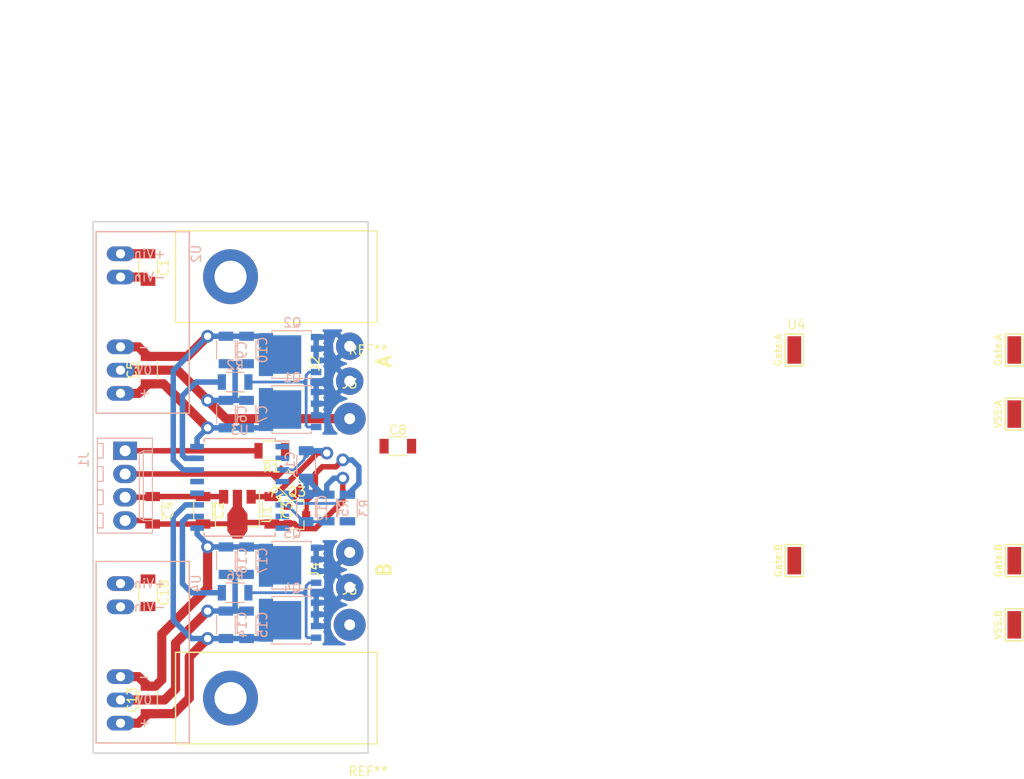
<source format=kicad_pcb>
(kicad_pcb (version 4) (host pcbnew 4.0.7)

  (general
    (links 144)
    (no_connects 21)
    (area 169.924999 59.924999 200.075001 118.075001)
    (thickness 1.6)
    (drawings 25)
    (tracks 191)
    (zones 0)
    (modules 41)
    (nets 26)
  )

  (page A4)
  (layers
    (0 F.Cu signal)
    (31 B.Cu signal)
    (32 B.Adhes user)
    (33 F.Adhes user)
    (34 B.Paste user)
    (35 F.Paste user)
    (36 B.SilkS user)
    (37 F.SilkS user)
    (38 B.Mask user)
    (39 F.Mask user)
    (40 Dwgs.User user)
    (41 Cmts.User user)
    (42 Eco1.User user)
    (43 Eco2.User user)
    (44 Edge.Cuts user)
    (45 Margin user)
    (46 B.CrtYd user)
    (47 F.CrtYd user)
    (48 B.Fab user)
    (49 F.Fab user)
  )

  (setup
    (last_trace_width 0.6)
    (user_trace_width 0.6)
    (user_trace_width 1)
    (trace_clearance 0.3)
    (zone_clearance 0.3)
    (zone_45_only no)
    (trace_min 0.2)
    (segment_width 0.2)
    (edge_width 0.15)
    (via_size 1.4)
    (via_drill 0.8)
    (via_min_size 1.4)
    (via_min_drill 0.8)
    (user_via 1.8 1.2)
    (uvia_size 0.3)
    (uvia_drill 0.1)
    (uvias_allowed no)
    (uvia_min_size 0.2)
    (uvia_min_drill 0.1)
    (pcb_text_width 0.3)
    (pcb_text_size 1.5 1.5)
    (mod_edge_width 0.15)
    (mod_text_size 1 1)
    (mod_text_width 0.15)
    (pad_size 1.524 1.524)
    (pad_drill 0.762)
    (pad_to_mask_clearance 0.2)
    (aux_axis_origin 0 0)
    (visible_elements 7FFEFFFF)
    (pcbplotparams
      (layerselection 0x00030_80000001)
      (usegerberextensions false)
      (excludeedgelayer true)
      (linewidth 0.100000)
      (plotframeref false)
      (viasonmask false)
      (mode 1)
      (useauxorigin false)
      (hpglpennumber 1)
      (hpglpenspeed 20)
      (hpglpendiameter 15)
      (hpglpenoverlay 2)
      (psnegative false)
      (psa4output false)
      (plotreference true)
      (plotvalue true)
      (plotinvisibletext false)
      (padsonsilk false)
      (subtractmaskfromsilk false)
      (outputformat 1)
      (mirror false)
      (drillshape 1)
      (scaleselection 1)
      (outputdirectory ""))
  )

  (net 0 "")
  (net 1 +24V)
  (net 2 GND)
  (net 3 +15V)
  (net 4 /+15V:A)
  (net 5 /-8.7V:A)
  (net 6 /VSS:A)
  (net 7 "Net-(C8-Pad1)")
  (net 8 /DT)
  (net 9 /+15V:B)
  (net 10 /-8.7V:B)
  (net 11 /VSS:B)
  (net 12 /PWM)
  (net 13 /ENABLE)
  (net 14 /Gate:A)
  (net 15 /Gate:B)
  (net 16 "Net-(Q1-Pad4)")
  (net 17 "Net-(Q3-Pad1)")
  (net 18 "Net-(Q3-Pad3)")
  (net 19 "Net-(Q4-Pad4)")
  (net 20 "Net-(R2-Pad2)")
  (net 21 "Net-(R6-Pad2)")
  (net 22 "Net-(U3-Pad2)")
  (net 23 "Net-(U3-Pad7)")
  (net 24 "Net-(U3-Pad12)")
  (net 25 "Net-(U3-Pad13)")

  (net_class Default "This is the default net class."
    (clearance 0.3)
    (trace_width 0.3)
    (via_dia 1.4)
    (via_drill 0.8)
    (uvia_dia 0.3)
    (uvia_drill 0.1)
    (add_net +15V)
    (add_net +24V)
    (add_net /+15V:A)
    (add_net /+15V:B)
    (add_net /-8.7V:A)
    (add_net /-8.7V:B)
    (add_net /DT)
    (add_net /ENABLE)
    (add_net /Gate:A)
    (add_net /Gate:B)
    (add_net /PWM)
    (add_net /VSS:A)
    (add_net /VSS:B)
    (add_net GND)
    (add_net "Net-(C8-Pad1)")
    (add_net "Net-(Q1-Pad4)")
    (add_net "Net-(Q3-Pad1)")
    (add_net "Net-(Q3-Pad3)")
    (add_net "Net-(Q4-Pad4)")
    (add_net "Net-(R2-Pad2)")
    (add_net "Net-(R6-Pad2)")
    (add_net "Net-(U3-Pad12)")
    (add_net "Net-(U3-Pad13)")
    (add_net "Net-(U3-Pad2)")
    (add_net "Net-(U3-Pad7)")
  )

  (module Resistors_SMD:R_1206 (layer F.Cu) (tedit 58E0A804) (tstamp 5ACA0E95)
    (at 189.5 85 180)
    (descr "Resistor SMD 1206, reflow soldering, Vishay (see dcrcw.pdf)")
    (tags "resistor 1206")
    (path /5ACAE726)
    (attr smd)
    (fp_text reference R1 (at 0 -1.85 180) (layer F.SilkS)
      (effects (font (size 1 1) (thickness 0.15)))
    )
    (fp_text value 47 (at 0 1.95 180) (layer F.Fab)
      (effects (font (size 1 1) (thickness 0.15)))
    )
    (fp_text user %R (at 0 0 180) (layer F.Fab)
      (effects (font (size 0.7 0.7) (thickness 0.105)))
    )
    (fp_line (start -1.6 0.8) (end -1.6 -0.8) (layer F.Fab) (width 0.1))
    (fp_line (start 1.6 0.8) (end -1.6 0.8) (layer F.Fab) (width 0.1))
    (fp_line (start 1.6 -0.8) (end 1.6 0.8) (layer F.Fab) (width 0.1))
    (fp_line (start -1.6 -0.8) (end 1.6 -0.8) (layer F.Fab) (width 0.1))
    (fp_line (start 1 1.07) (end -1 1.07) (layer F.SilkS) (width 0.12))
    (fp_line (start -1 -1.07) (end 1 -1.07) (layer F.SilkS) (width 0.12))
    (fp_line (start -2.15 -1.11) (end 2.15 -1.11) (layer F.CrtYd) (width 0.05))
    (fp_line (start -2.15 -1.11) (end -2.15 1.1) (layer F.CrtYd) (width 0.05))
    (fp_line (start 2.15 1.1) (end 2.15 -1.11) (layer F.CrtYd) (width 0.05))
    (fp_line (start 2.15 1.1) (end -2.15 1.1) (layer F.CrtYd) (width 0.05))
    (pad 1 smd rect (at -1.45 0 180) (size 0.9 1.7) (layers F.Cu F.Paste F.Mask)
      (net 7 "Net-(C8-Pad1)"))
    (pad 2 smd rect (at 1.45 0 180) (size 0.9 1.7) (layers F.Cu F.Paste F.Mask)
      (net 12 /PWM))
    (model ${KISYS3DMOD}/Resistors_SMD.3dshapes/R_1206.wrl
      (at (xyz 0 0 0))
      (scale (xyz 1 1 1))
      (rotate (xyz 0 0 0))
    )
  )

  (module Connectors_Molex:Molex_KK-6410-04_04x2.54mm_Straight (layer B.Cu) (tedit 5AD5BB5E) (tstamp 5ACCB012)
    (at 173.5 85 270)
    (descr "Connector Headers with Friction Lock, 22-27-2041, http://www.molex.com/pdm_docs/sd/022272021_sd.pdf")
    (tags "connector molex kk_6410 22-27-2041")
    (path /5ACAE71F)
    (fp_text reference J1 (at 1 4.5 270) (layer B.SilkS)
      (effects (font (size 1 1) (thickness 0.15)) (justify mirror))
    )
    (fp_text value Inputs (at 4.25 4.75 270) (layer B.Fab)
      (effects (font (size 1 1) (thickness 0.15)) (justify mirror))
    )
    (fp_line (start -1.47 3.12) (end -1.47 -3.08) (layer B.Fab) (width 0.12))
    (fp_line (start -1.47 -3.08) (end 9.09 -3.08) (layer B.Fab) (width 0.12))
    (fp_line (start 9.09 -3.08) (end 9.09 3.12) (layer B.Fab) (width 0.12))
    (fp_line (start 9.09 3.12) (end -1.47 3.12) (layer B.Fab) (width 0.12))
    (fp_line (start -1.37 3.02) (end -1.37 -2.98) (layer B.SilkS) (width 0.12))
    (fp_line (start -1.37 -2.98) (end 8.99 -2.98) (layer B.SilkS) (width 0.12))
    (fp_line (start 8.99 -2.98) (end 8.99 3.02) (layer B.SilkS) (width 0.12))
    (fp_line (start 8.99 3.02) (end -1.37 3.02) (layer B.SilkS) (width 0.12))
    (fp_line (start 0 -2.98) (end 0 -1.98) (layer B.SilkS) (width 0.12))
    (fp_line (start 0 -1.98) (end 7.62 -1.98) (layer B.SilkS) (width 0.12))
    (fp_line (start 7.62 -1.98) (end 7.62 -2.98) (layer B.SilkS) (width 0.12))
    (fp_line (start 0 -1.98) (end 0.25 -1.55) (layer B.SilkS) (width 0.12))
    (fp_line (start 0.25 -1.55) (end 7.37 -1.55) (layer B.SilkS) (width 0.12))
    (fp_line (start 7.37 -1.55) (end 7.62 -1.98) (layer B.SilkS) (width 0.12))
    (fp_line (start 0.25 -2.98) (end 0.25 -1.98) (layer B.SilkS) (width 0.12))
    (fp_line (start 7.37 -2.98) (end 7.37 -1.98) (layer B.SilkS) (width 0.12))
    (fp_line (start -0.8 3.02) (end -0.8 2.4) (layer B.SilkS) (width 0.12))
    (fp_line (start -0.8 2.4) (end 0.8 2.4) (layer B.SilkS) (width 0.12))
    (fp_line (start 0.8 2.4) (end 0.8 3.02) (layer B.SilkS) (width 0.12))
    (fp_line (start 1.74 3.02) (end 1.74 2.4) (layer B.SilkS) (width 0.12))
    (fp_line (start 1.74 2.4) (end 3.34 2.4) (layer B.SilkS) (width 0.12))
    (fp_line (start 3.34 2.4) (end 3.34 3.02) (layer B.SilkS) (width 0.12))
    (fp_line (start 4.28 3.02) (end 4.28 2.4) (layer B.SilkS) (width 0.12))
    (fp_line (start 4.28 2.4) (end 5.88 2.4) (layer B.SilkS) (width 0.12))
    (fp_line (start 5.88 2.4) (end 5.88 3.02) (layer B.SilkS) (width 0.12))
    (fp_line (start 6.82 3.02) (end 6.82 2.4) (layer B.SilkS) (width 0.12))
    (fp_line (start 6.82 2.4) (end 8.42 2.4) (layer B.SilkS) (width 0.12))
    (fp_line (start 8.42 2.4) (end 8.42 3.02) (layer B.SilkS) (width 0.12))
    (fp_line (start -1.9 -3.5) (end -1.9 3.55) (layer B.CrtYd) (width 0.05))
    (fp_line (start -1.9 3.55) (end 9.5 3.55) (layer B.CrtYd) (width 0.05))
    (fp_line (start 9.5 3.55) (end 9.5 -3.5) (layer B.CrtYd) (width 0.05))
    (fp_line (start 9.5 -3.5) (end -1.9 -3.5) (layer B.CrtYd) (width 0.05))
    (fp_text user %R (at 3.81 0 270) (layer B.Fab)
      (effects (font (size 1 1) (thickness 0.15)) (justify mirror))
    )
    (pad 1 thru_hole rect (at 0 0 270) (size 2 2.6) (drill 1.2) (layers *.Cu *.Mask)
      (net 12 /PWM))
    (pad 2 thru_hole oval (at 2.54 0 270) (size 2 2.6) (drill 1.2) (layers *.Cu *.Mask)
      (net 13 /ENABLE))
    (pad 3 thru_hole oval (at 5.08 0 270) (size 2 2.6) (drill 1.2) (layers *.Cu *.Mask)
      (net 1 +24V))
    (pad 4 thru_hole oval (at 7.62 0 270) (size 2 2.6) (drill 1.2) (layers *.Cu *.Mask)
      (net 2 GND))
    (model ${KISYS3DMOD}/Connectors_Molex.3dshapes/Molex_KK-6410-04_04x2.54mm_Straight.wrl
      (at (xyz 0 0 0))
      (scale (xyz 1 1 1))
      (rotate (xyz 0 0 0))
    )
  )

  (module Capacitors_SMD:C_1206 (layer B.Cu) (tedit 58AA84B8) (tstamp 5ACA0DE4)
    (at 193.25 86.5 270)
    (descr "Capacitor SMD 1206, reflow soldering, AVX (see smccp.pdf)")
    (tags "capacitor 1206")
    (path /5ACAE5C1)
    (attr smd)
    (fp_text reference C11 (at 0 1.75 270) (layer B.SilkS)
      (effects (font (size 1 1) (thickness 0.15)) (justify mirror))
    )
    (fp_text value 100n (at 0 -2 270) (layer B.Fab)
      (effects (font (size 1 1) (thickness 0.15)) (justify mirror))
    )
    (fp_text user %R (at 0 1.75 270) (layer B.Fab)
      (effects (font (size 1 1) (thickness 0.15)) (justify mirror))
    )
    (fp_line (start -1.6 -0.8) (end -1.6 0.8) (layer B.Fab) (width 0.1))
    (fp_line (start 1.6 -0.8) (end -1.6 -0.8) (layer B.Fab) (width 0.1))
    (fp_line (start 1.6 0.8) (end 1.6 -0.8) (layer B.Fab) (width 0.1))
    (fp_line (start -1.6 0.8) (end 1.6 0.8) (layer B.Fab) (width 0.1))
    (fp_line (start 1 1.02) (end -1 1.02) (layer B.SilkS) (width 0.12))
    (fp_line (start -1 -1.02) (end 1 -1.02) (layer B.SilkS) (width 0.12))
    (fp_line (start -2.25 1.05) (end 2.25 1.05) (layer B.CrtYd) (width 0.05))
    (fp_line (start -2.25 1.05) (end -2.25 -1.05) (layer B.CrtYd) (width 0.05))
    (fp_line (start 2.25 -1.05) (end 2.25 1.05) (layer B.CrtYd) (width 0.05))
    (fp_line (start 2.25 -1.05) (end -2.25 -1.05) (layer B.CrtYd) (width 0.05))
    (pad 1 smd rect (at -1.5 0 270) (size 1 1.6) (layers B.Cu B.Paste B.Mask)
      (net 3 +15V))
    (pad 2 smd rect (at 1.5 0 270) (size 1 1.6) (layers B.Cu B.Paste B.Mask)
      (net 2 GND))
    (model Capacitors_SMD.3dshapes/C_1206.wrl
      (at (xyz 0 0 0))
      (scale (xyz 1 1 1))
      (rotate (xyz 0 0 0))
    )
  )

  (module Resistors_SMD:R_1206 (layer F.Cu) (tedit 58E0A804) (tstamp 5ACA0EA7)
    (at 191.25 88.5 135)
    (descr "Resistor SMD 1206, reflow soldering, Vishay (see dcrcw.pdf)")
    (tags "resistor 1206")
    (path /5ACAE833)
    (attr smd)
    (fp_text reference R4 (at 0 -1.85 135) (layer F.SilkS)
      (effects (font (size 1 1) (thickness 0.15)))
    )
    (fp_text value 5k6 (at 0 1.95 135) (layer F.Fab)
      (effects (font (size 1 1) (thickness 0.15)))
    )
    (fp_text user %R (at 0 0 135) (layer F.Fab)
      (effects (font (size 0.7 0.7) (thickness 0.105)))
    )
    (fp_line (start -1.6 0.8) (end -1.6 -0.8) (layer F.Fab) (width 0.1))
    (fp_line (start 1.6 0.8) (end -1.6 0.8) (layer F.Fab) (width 0.1))
    (fp_line (start 1.6 -0.8) (end 1.6 0.8) (layer F.Fab) (width 0.1))
    (fp_line (start -1.6 -0.8) (end 1.6 -0.8) (layer F.Fab) (width 0.1))
    (fp_line (start 1 1.07) (end -1 1.07) (layer F.SilkS) (width 0.12))
    (fp_line (start -1 -1.07) (end 1 -1.07) (layer F.SilkS) (width 0.12))
    (fp_line (start -2.15 -1.11) (end 2.15 -1.11) (layer F.CrtYd) (width 0.05))
    (fp_line (start -2.15 -1.11) (end -2.15 1.1) (layer F.CrtYd) (width 0.05))
    (fp_line (start 2.15 1.1) (end 2.15 -1.11) (layer F.CrtYd) (width 0.05))
    (fp_line (start 2.15 1.1) (end -2.15 1.1) (layer F.CrtYd) (width 0.05))
    (pad 1 smd rect (at -1.45 0 135) (size 0.9 1.7) (layers F.Cu F.Paste F.Mask)
      (net 17 "Net-(Q3-Pad1)"))
    (pad 2 smd rect (at 1.45 0 135) (size 0.9 1.7) (layers F.Cu F.Paste F.Mask)
      (net 13 /ENABLE))
    (model ${KISYS3DMOD}/Resistors_SMD.3dshapes/R_1206.wrl
      (at (xyz 0 0 0))
      (scale (xyz 1 1 1))
      (rotate (xyz 0 0 0))
    )
  )

  (module TO_SOT_Packages_SMD:SOT-23 (layer F.Cu) (tedit 58CE4E7E) (tstamp 5ACA0E61)
    (at 192.25 92)
    (descr "SOT-23, Standard")
    (tags SOT-23)
    (path /5ACAE824)
    (attr smd)
    (fp_text reference Q3 (at 0 -2.5) (layer F.SilkS)
      (effects (font (size 1 1) (thickness 0.15)))
    )
    (fp_text value BC846A (at 0 2.5) (layer F.Fab)
      (effects (font (size 1 1) (thickness 0.15)))
    )
    (fp_text user %R (at 0 0 90) (layer F.Fab)
      (effects (font (size 0.5 0.5) (thickness 0.075)))
    )
    (fp_line (start -0.7 -0.95) (end -0.7 1.5) (layer F.Fab) (width 0.1))
    (fp_line (start -0.15 -1.52) (end 0.7 -1.52) (layer F.Fab) (width 0.1))
    (fp_line (start -0.7 -0.95) (end -0.15 -1.52) (layer F.Fab) (width 0.1))
    (fp_line (start 0.7 -1.52) (end 0.7 1.52) (layer F.Fab) (width 0.1))
    (fp_line (start -0.7 1.52) (end 0.7 1.52) (layer F.Fab) (width 0.1))
    (fp_line (start 0.76 1.58) (end 0.76 0.65) (layer F.SilkS) (width 0.12))
    (fp_line (start 0.76 -1.58) (end 0.76 -0.65) (layer F.SilkS) (width 0.12))
    (fp_line (start -1.7 -1.75) (end 1.7 -1.75) (layer F.CrtYd) (width 0.05))
    (fp_line (start 1.7 -1.75) (end 1.7 1.75) (layer F.CrtYd) (width 0.05))
    (fp_line (start 1.7 1.75) (end -1.7 1.75) (layer F.CrtYd) (width 0.05))
    (fp_line (start -1.7 1.75) (end -1.7 -1.75) (layer F.CrtYd) (width 0.05))
    (fp_line (start 0.76 -1.58) (end -1.4 -1.58) (layer F.SilkS) (width 0.12))
    (fp_line (start 0.76 1.58) (end -0.7 1.58) (layer F.SilkS) (width 0.12))
    (pad 1 smd rect (at -1 -0.95) (size 0.9 0.8) (layers F.Cu F.Paste F.Mask)
      (net 17 "Net-(Q3-Pad1)"))
    (pad 2 smd rect (at -1 0.95) (size 0.9 0.8) (layers F.Cu F.Paste F.Mask)
      (net 2 GND))
    (pad 3 smd rect (at 1 0) (size 0.9 0.8) (layers F.Cu F.Paste F.Mask)
      (net 18 "Net-(Q3-Pad3)"))
    (model ${KISYS3DMOD}/TO_SOT_Packages_SMD.3dshapes/SOT-23.wrl
      (at (xyz 0 0 0))
      (scale (xyz 1 1 1))
      (rotate (xyz 0 0 0))
    )
  )

  (module Capacitors_SMD:C_1206 (layer F.Cu) (tedit 58AA84B8) (tstamp 5ACA0DA8)
    (at 176 65 270)
    (descr "Capacitor SMD 1206, reflow soldering, AVX (see smccp.pdf)")
    (tags "capacitor 1206")
    (path /5ACBB2B0)
    (attr smd)
    (fp_text reference C1 (at 0 -1.75 270) (layer F.SilkS)
      (effects (font (size 1 1) (thickness 0.15)))
    )
    (fp_text value 100n (at 0 2 270) (layer F.Fab)
      (effects (font (size 1 1) (thickness 0.15)))
    )
    (fp_text user %R (at 0 -1.75 270) (layer F.Fab)
      (effects (font (size 1 1) (thickness 0.15)))
    )
    (fp_line (start -1.6 0.8) (end -1.6 -0.8) (layer F.Fab) (width 0.1))
    (fp_line (start 1.6 0.8) (end -1.6 0.8) (layer F.Fab) (width 0.1))
    (fp_line (start 1.6 -0.8) (end 1.6 0.8) (layer F.Fab) (width 0.1))
    (fp_line (start -1.6 -0.8) (end 1.6 -0.8) (layer F.Fab) (width 0.1))
    (fp_line (start 1 -1.02) (end -1 -1.02) (layer F.SilkS) (width 0.12))
    (fp_line (start -1 1.02) (end 1 1.02) (layer F.SilkS) (width 0.12))
    (fp_line (start -2.25 -1.05) (end 2.25 -1.05) (layer F.CrtYd) (width 0.05))
    (fp_line (start -2.25 -1.05) (end -2.25 1.05) (layer F.CrtYd) (width 0.05))
    (fp_line (start 2.25 1.05) (end 2.25 -1.05) (layer F.CrtYd) (width 0.05))
    (fp_line (start 2.25 1.05) (end -2.25 1.05) (layer F.CrtYd) (width 0.05))
    (pad 1 smd rect (at -1.5 0 270) (size 1 1.6) (layers F.Cu F.Paste F.Mask)
      (net 1 +24V))
    (pad 2 smd rect (at 1.5 0 270) (size 1 1.6) (layers F.Cu F.Paste F.Mask)
      (net 2 GND))
    (model Capacitors_SMD.3dshapes/C_1206.wrl
      (at (xyz 0 0 0))
      (scale (xyz 1 1 1))
      (rotate (xyz 0 0 0))
    )
  )

  (module Capacitors_SMD:C_1206 (layer F.Cu) (tedit 58AA84B8) (tstamp 5ACA0DAE)
    (at 182 91.5 270)
    (descr "Capacitor SMD 1206, reflow soldering, AVX (see smccp.pdf)")
    (tags "capacitor 1206")
    (path /5ACAE6F9)
    (attr smd)
    (fp_text reference C2 (at 0 -1.75 270) (layer F.SilkS)
      (effects (font (size 1 1) (thickness 0.15)))
    )
    (fp_text value 330n (at 0 2 270) (layer F.Fab)
      (effects (font (size 1 1) (thickness 0.15)))
    )
    (fp_text user %R (at 0 -1.75 270) (layer F.Fab)
      (effects (font (size 1 1) (thickness 0.15)))
    )
    (fp_line (start -1.6 0.8) (end -1.6 -0.8) (layer F.Fab) (width 0.1))
    (fp_line (start 1.6 0.8) (end -1.6 0.8) (layer F.Fab) (width 0.1))
    (fp_line (start 1.6 -0.8) (end 1.6 0.8) (layer F.Fab) (width 0.1))
    (fp_line (start -1.6 -0.8) (end 1.6 -0.8) (layer F.Fab) (width 0.1))
    (fp_line (start 1 -1.02) (end -1 -1.02) (layer F.SilkS) (width 0.12))
    (fp_line (start -1 1.02) (end 1 1.02) (layer F.SilkS) (width 0.12))
    (fp_line (start -2.25 -1.05) (end 2.25 -1.05) (layer F.CrtYd) (width 0.05))
    (fp_line (start -2.25 -1.05) (end -2.25 1.05) (layer F.CrtYd) (width 0.05))
    (fp_line (start 2.25 1.05) (end 2.25 -1.05) (layer F.CrtYd) (width 0.05))
    (fp_line (start 2.25 1.05) (end -2.25 1.05) (layer F.CrtYd) (width 0.05))
    (pad 1 smd rect (at -1.5 0 270) (size 1 1.6) (layers F.Cu F.Paste F.Mask)
      (net 1 +24V))
    (pad 2 smd rect (at 1.5 0 270) (size 1 1.6) (layers F.Cu F.Paste F.Mask)
      (net 2 GND))
    (model Capacitors_SMD.3dshapes/C_1206.wrl
      (at (xyz 0 0 0))
      (scale (xyz 1 1 1))
      (rotate (xyz 0 0 0))
    )
  )

  (module Capacitors_SMD:C_1206 (layer F.Cu) (tedit 58AA84B8) (tstamp 5ACA0DB4)
    (at 189.5 91.5 270)
    (descr "Capacitor SMD 1206, reflow soldering, AVX (see smccp.pdf)")
    (tags "capacitor 1206")
    (path /5ACAE6F2)
    (attr smd)
    (fp_text reference C3 (at 0 -1.75 270) (layer F.SilkS)
      (effects (font (size 1 1) (thickness 0.15)))
    )
    (fp_text value 100n (at 0 2 270) (layer F.Fab)
      (effects (font (size 1 1) (thickness 0.15)))
    )
    (fp_text user %R (at 0 -1.75 270) (layer F.Fab)
      (effects (font (size 1 1) (thickness 0.15)))
    )
    (fp_line (start -1.6 0.8) (end -1.6 -0.8) (layer F.Fab) (width 0.1))
    (fp_line (start 1.6 0.8) (end -1.6 0.8) (layer F.Fab) (width 0.1))
    (fp_line (start 1.6 -0.8) (end 1.6 0.8) (layer F.Fab) (width 0.1))
    (fp_line (start -1.6 -0.8) (end 1.6 -0.8) (layer F.Fab) (width 0.1))
    (fp_line (start 1 -1.02) (end -1 -1.02) (layer F.SilkS) (width 0.12))
    (fp_line (start -1 1.02) (end 1 1.02) (layer F.SilkS) (width 0.12))
    (fp_line (start -2.25 -1.05) (end 2.25 -1.05) (layer F.CrtYd) (width 0.05))
    (fp_line (start -2.25 -1.05) (end -2.25 1.05) (layer F.CrtYd) (width 0.05))
    (fp_line (start 2.25 1.05) (end 2.25 -1.05) (layer F.CrtYd) (width 0.05))
    (fp_line (start 2.25 1.05) (end -2.25 1.05) (layer F.CrtYd) (width 0.05))
    (pad 1 smd rect (at -1.5 0 270) (size 1 1.6) (layers F.Cu F.Paste F.Mask)
      (net 3 +15V))
    (pad 2 smd rect (at 1.5 0 270) (size 1 1.6) (layers F.Cu F.Paste F.Mask)
      (net 2 GND))
    (model Capacitors_SMD.3dshapes/C_1206.wrl
      (at (xyz 0 0 0))
      (scale (xyz 1 1 1))
      (rotate (xyz 0 0 0))
    )
  )

  (module Capacitors_SMD:C_1206 (layer F.Cu) (tedit 58AA84B8) (tstamp 5ACA0DBA)
    (at 176.5 91.5 270)
    (descr "Capacitor SMD 1206, reflow soldering, AVX (see smccp.pdf)")
    (tags "capacitor 1206")
    (path /5ACAE706)
    (attr smd)
    (fp_text reference C4 (at 0 -1.75 270) (layer F.SilkS)
      (effects (font (size 1 1) (thickness 0.15)))
    )
    (fp_text value 10u (at 0 2 270) (layer F.Fab)
      (effects (font (size 1 1) (thickness 0.15)))
    )
    (fp_text user %R (at 0 -1.75 270) (layer F.Fab)
      (effects (font (size 1 1) (thickness 0.15)))
    )
    (fp_line (start -1.6 0.8) (end -1.6 -0.8) (layer F.Fab) (width 0.1))
    (fp_line (start 1.6 0.8) (end -1.6 0.8) (layer F.Fab) (width 0.1))
    (fp_line (start 1.6 -0.8) (end 1.6 0.8) (layer F.Fab) (width 0.1))
    (fp_line (start -1.6 -0.8) (end 1.6 -0.8) (layer F.Fab) (width 0.1))
    (fp_line (start 1 -1.02) (end -1 -1.02) (layer F.SilkS) (width 0.12))
    (fp_line (start -1 1.02) (end 1 1.02) (layer F.SilkS) (width 0.12))
    (fp_line (start -2.25 -1.05) (end 2.25 -1.05) (layer F.CrtYd) (width 0.05))
    (fp_line (start -2.25 -1.05) (end -2.25 1.05) (layer F.CrtYd) (width 0.05))
    (fp_line (start 2.25 1.05) (end 2.25 -1.05) (layer F.CrtYd) (width 0.05))
    (fp_line (start 2.25 1.05) (end -2.25 1.05) (layer F.CrtYd) (width 0.05))
    (pad 1 smd rect (at -1.5 0 270) (size 1 1.6) (layers F.Cu F.Paste F.Mask)
      (net 1 +24V))
    (pad 2 smd rect (at 1.5 0 270) (size 1 1.6) (layers F.Cu F.Paste F.Mask)
      (net 2 GND))
    (model Capacitors_SMD.3dshapes/C_1206.wrl
      (at (xyz 0 0 0))
      (scale (xyz 1 1 1))
      (rotate (xyz 0 0 0))
    )
  )

  (module Capacitors_SMD:C_1206 (layer F.Cu) (tedit 58AA84B8) (tstamp 5ACA0DC0)
    (at 176 76.2 90)
    (descr "Capacitor SMD 1206, reflow soldering, AVX (see smccp.pdf)")
    (tags "capacitor 1206")
    (path /5ACBD53E)
    (attr smd)
    (fp_text reference C5 (at 0 -1.75 90) (layer F.SilkS)
      (effects (font (size 1 1) (thickness 0.15)))
    )
    (fp_text value 10u (at 0 2 90) (layer F.Fab)
      (effects (font (size 1 1) (thickness 0.15)))
    )
    (fp_text user %R (at 0 -1.75 90) (layer F.Fab)
      (effects (font (size 1 1) (thickness 0.15)))
    )
    (fp_line (start -1.6 0.8) (end -1.6 -0.8) (layer F.Fab) (width 0.1))
    (fp_line (start 1.6 0.8) (end -1.6 0.8) (layer F.Fab) (width 0.1))
    (fp_line (start 1.6 -0.8) (end 1.6 0.8) (layer F.Fab) (width 0.1))
    (fp_line (start -1.6 -0.8) (end 1.6 -0.8) (layer F.Fab) (width 0.1))
    (fp_line (start 1 -1.02) (end -1 -1.02) (layer F.SilkS) (width 0.12))
    (fp_line (start -1 1.02) (end 1 1.02) (layer F.SilkS) (width 0.12))
    (fp_line (start -2.25 -1.05) (end 2.25 -1.05) (layer F.CrtYd) (width 0.05))
    (fp_line (start -2.25 -1.05) (end -2.25 1.05) (layer F.CrtYd) (width 0.05))
    (fp_line (start 2.25 1.05) (end 2.25 -1.05) (layer F.CrtYd) (width 0.05))
    (fp_line (start 2.25 1.05) (end -2.25 1.05) (layer F.CrtYd) (width 0.05))
    (pad 1 smd rect (at -1.5 0 90) (size 1 1.6) (layers F.Cu F.Paste F.Mask)
      (net 4 /+15V:A))
    (pad 2 smd rect (at 1.5 0 90) (size 1 1.6) (layers F.Cu F.Paste F.Mask)
      (net 5 /-8.7V:A))
    (model Capacitors_SMD.3dshapes/C_1206.wrl
      (at (xyz 0 0 0))
      (scale (xyz 1 1 1))
      (rotate (xyz 0 0 0))
    )
  )

  (module Capacitors_SMD:C_1206 (layer B.Cu) (tedit 58AA84B8) (tstamp 5ACA0DC6)
    (at 184.5 81 90)
    (descr "Capacitor SMD 1206, reflow soldering, AVX (see smccp.pdf)")
    (tags "capacitor 1206")
    (path /5ACBD526)
    (attr smd)
    (fp_text reference C6 (at 0 1.75 90) (layer B.SilkS)
      (effects (font (size 1 1) (thickness 0.15)) (justify mirror))
    )
    (fp_text value 4.7u (at 0 -2 90) (layer B.Fab)
      (effects (font (size 1 1) (thickness 0.15)) (justify mirror))
    )
    (fp_text user %R (at 0 1.75 90) (layer B.Fab)
      (effects (font (size 1 1) (thickness 0.15)) (justify mirror))
    )
    (fp_line (start -1.6 -0.8) (end -1.6 0.8) (layer B.Fab) (width 0.1))
    (fp_line (start 1.6 -0.8) (end -1.6 -0.8) (layer B.Fab) (width 0.1))
    (fp_line (start 1.6 0.8) (end 1.6 -0.8) (layer B.Fab) (width 0.1))
    (fp_line (start -1.6 0.8) (end 1.6 0.8) (layer B.Fab) (width 0.1))
    (fp_line (start 1 1.02) (end -1 1.02) (layer B.SilkS) (width 0.12))
    (fp_line (start -1 -1.02) (end 1 -1.02) (layer B.SilkS) (width 0.12))
    (fp_line (start -2.25 1.05) (end 2.25 1.05) (layer B.CrtYd) (width 0.05))
    (fp_line (start -2.25 1.05) (end -2.25 -1.05) (layer B.CrtYd) (width 0.05))
    (fp_line (start 2.25 -1.05) (end 2.25 1.05) (layer B.CrtYd) (width 0.05))
    (fp_line (start 2.25 -1.05) (end -2.25 -1.05) (layer B.CrtYd) (width 0.05))
    (pad 1 smd rect (at -1.5 0 90) (size 1 1.6) (layers B.Cu B.Paste B.Mask)
      (net 4 /+15V:A))
    (pad 2 smd rect (at 1.5 0 90) (size 1 1.6) (layers B.Cu B.Paste B.Mask)
      (net 6 /VSS:A))
    (model Capacitors_SMD.3dshapes/C_1206.wrl
      (at (xyz 0 0 0))
      (scale (xyz 1 1 1))
      (rotate (xyz 0 0 0))
    )
  )

  (module Capacitors_SMD:C_1206 (layer B.Cu) (tedit 58AA84B8) (tstamp 5ACA0DCC)
    (at 186.75 81 90)
    (descr "Capacitor SMD 1206, reflow soldering, AVX (see smccp.pdf)")
    (tags "capacitor 1206")
    (path /5ACBD52C)
    (attr smd)
    (fp_text reference C7 (at 0 1.75 90) (layer B.SilkS)
      (effects (font (size 1 1) (thickness 0.15)) (justify mirror))
    )
    (fp_text value 100n (at 0 -2 90) (layer B.Fab)
      (effects (font (size 1 1) (thickness 0.15)) (justify mirror))
    )
    (fp_text user %R (at 0 1.75 90) (layer B.Fab)
      (effects (font (size 1 1) (thickness 0.15)) (justify mirror))
    )
    (fp_line (start -1.6 -0.8) (end -1.6 0.8) (layer B.Fab) (width 0.1))
    (fp_line (start 1.6 -0.8) (end -1.6 -0.8) (layer B.Fab) (width 0.1))
    (fp_line (start 1.6 0.8) (end 1.6 -0.8) (layer B.Fab) (width 0.1))
    (fp_line (start -1.6 0.8) (end 1.6 0.8) (layer B.Fab) (width 0.1))
    (fp_line (start 1 1.02) (end -1 1.02) (layer B.SilkS) (width 0.12))
    (fp_line (start -1 -1.02) (end 1 -1.02) (layer B.SilkS) (width 0.12))
    (fp_line (start -2.25 1.05) (end 2.25 1.05) (layer B.CrtYd) (width 0.05))
    (fp_line (start -2.25 1.05) (end -2.25 -1.05) (layer B.CrtYd) (width 0.05))
    (fp_line (start 2.25 -1.05) (end 2.25 1.05) (layer B.CrtYd) (width 0.05))
    (fp_line (start 2.25 -1.05) (end -2.25 -1.05) (layer B.CrtYd) (width 0.05))
    (pad 1 smd rect (at -1.5 0 90) (size 1 1.6) (layers B.Cu B.Paste B.Mask)
      (net 4 /+15V:A))
    (pad 2 smd rect (at 1.5 0 90) (size 1 1.6) (layers B.Cu B.Paste B.Mask)
      (net 6 /VSS:A))
    (model Capacitors_SMD.3dshapes/C_1206.wrl
      (at (xyz 0 0 0))
      (scale (xyz 1 1 1))
      (rotate (xyz 0 0 0))
    )
  )

  (module Capacitors_SMD:C_1206 (layer F.Cu) (tedit 58AA84B8) (tstamp 5ACA0DD2)
    (at 203.25 84.5)
    (descr "Capacitor SMD 1206, reflow soldering, AVX (see smccp.pdf)")
    (tags "capacitor 1206")
    (path /5ACAE72D)
    (attr smd)
    (fp_text reference C8 (at 0 -1.75) (layer F.SilkS)
      (effects (font (size 1 1) (thickness 0.15)))
    )
    (fp_text value 33p (at 0 2) (layer F.Fab)
      (effects (font (size 1 1) (thickness 0.15)))
    )
    (fp_text user %R (at 0 -1.75) (layer F.Fab)
      (effects (font (size 1 1) (thickness 0.15)))
    )
    (fp_line (start -1.6 0.8) (end -1.6 -0.8) (layer F.Fab) (width 0.1))
    (fp_line (start 1.6 0.8) (end -1.6 0.8) (layer F.Fab) (width 0.1))
    (fp_line (start 1.6 -0.8) (end 1.6 0.8) (layer F.Fab) (width 0.1))
    (fp_line (start -1.6 -0.8) (end 1.6 -0.8) (layer F.Fab) (width 0.1))
    (fp_line (start 1 -1.02) (end -1 -1.02) (layer F.SilkS) (width 0.12))
    (fp_line (start -1 1.02) (end 1 1.02) (layer F.SilkS) (width 0.12))
    (fp_line (start -2.25 -1.05) (end 2.25 -1.05) (layer F.CrtYd) (width 0.05))
    (fp_line (start -2.25 -1.05) (end -2.25 1.05) (layer F.CrtYd) (width 0.05))
    (fp_line (start 2.25 1.05) (end 2.25 -1.05) (layer F.CrtYd) (width 0.05))
    (fp_line (start 2.25 1.05) (end -2.25 1.05) (layer F.CrtYd) (width 0.05))
    (pad 1 smd rect (at -1.5 0) (size 1 1.6) (layers F.Cu F.Paste F.Mask)
      (net 7 "Net-(C8-Pad1)"))
    (pad 2 smd rect (at 1.5 0) (size 1 1.6) (layers F.Cu F.Paste F.Mask)
      (net 2 GND))
    (model Capacitors_SMD.3dshapes/C_1206.wrl
      (at (xyz 0 0 0))
      (scale (xyz 1 1 1))
      (rotate (xyz 0 0 0))
    )
  )

  (module Capacitors_SMD:C_1206 (layer B.Cu) (tedit 58AA84B8) (tstamp 5ACA0DD8)
    (at 184.5 74 90)
    (descr "Capacitor SMD 1206, reflow soldering, AVX (see smccp.pdf)")
    (tags "capacitor 1206")
    (path /5ACBD532)
    (attr smd)
    (fp_text reference C9 (at 0 1.75 90) (layer B.SilkS)
      (effects (font (size 1 1) (thickness 0.15)) (justify mirror))
    )
    (fp_text value 4.7u (at 0 -2 90) (layer B.Fab)
      (effects (font (size 1 1) (thickness 0.15)) (justify mirror))
    )
    (fp_text user %R (at 0 1.75 90) (layer B.Fab)
      (effects (font (size 1 1) (thickness 0.15)) (justify mirror))
    )
    (fp_line (start -1.6 -0.8) (end -1.6 0.8) (layer B.Fab) (width 0.1))
    (fp_line (start 1.6 -0.8) (end -1.6 -0.8) (layer B.Fab) (width 0.1))
    (fp_line (start 1.6 0.8) (end 1.6 -0.8) (layer B.Fab) (width 0.1))
    (fp_line (start -1.6 0.8) (end 1.6 0.8) (layer B.Fab) (width 0.1))
    (fp_line (start 1 1.02) (end -1 1.02) (layer B.SilkS) (width 0.12))
    (fp_line (start -1 -1.02) (end 1 -1.02) (layer B.SilkS) (width 0.12))
    (fp_line (start -2.25 1.05) (end 2.25 1.05) (layer B.CrtYd) (width 0.05))
    (fp_line (start -2.25 1.05) (end -2.25 -1.05) (layer B.CrtYd) (width 0.05))
    (fp_line (start 2.25 -1.05) (end 2.25 1.05) (layer B.CrtYd) (width 0.05))
    (fp_line (start 2.25 -1.05) (end -2.25 -1.05) (layer B.CrtYd) (width 0.05))
    (pad 1 smd rect (at -1.5 0 90) (size 1 1.6) (layers B.Cu B.Paste B.Mask)
      (net 6 /VSS:A))
    (pad 2 smd rect (at 1.5 0 90) (size 1 1.6) (layers B.Cu B.Paste B.Mask)
      (net 5 /-8.7V:A))
    (model Capacitors_SMD.3dshapes/C_1206.wrl
      (at (xyz 0 0 0))
      (scale (xyz 1 1 1))
      (rotate (xyz 0 0 0))
    )
  )

  (module Capacitors_SMD:C_1206 (layer B.Cu) (tedit 58AA84B8) (tstamp 5ACA0DDE)
    (at 186.75 74 90)
    (descr "Capacitor SMD 1206, reflow soldering, AVX (see smccp.pdf)")
    (tags "capacitor 1206")
    (path /5ACBD538)
    (attr smd)
    (fp_text reference C10 (at 0 1.75 90) (layer B.SilkS)
      (effects (font (size 1 1) (thickness 0.15)) (justify mirror))
    )
    (fp_text value 100n (at 0 -2 90) (layer B.Fab)
      (effects (font (size 1 1) (thickness 0.15)) (justify mirror))
    )
    (fp_text user %R (at 0 1.75 90) (layer B.Fab)
      (effects (font (size 1 1) (thickness 0.15)) (justify mirror))
    )
    (fp_line (start -1.6 -0.8) (end -1.6 0.8) (layer B.Fab) (width 0.1))
    (fp_line (start 1.6 -0.8) (end -1.6 -0.8) (layer B.Fab) (width 0.1))
    (fp_line (start 1.6 0.8) (end 1.6 -0.8) (layer B.Fab) (width 0.1))
    (fp_line (start -1.6 0.8) (end 1.6 0.8) (layer B.Fab) (width 0.1))
    (fp_line (start 1 1.02) (end -1 1.02) (layer B.SilkS) (width 0.12))
    (fp_line (start -1 -1.02) (end 1 -1.02) (layer B.SilkS) (width 0.12))
    (fp_line (start -2.25 1.05) (end 2.25 1.05) (layer B.CrtYd) (width 0.05))
    (fp_line (start -2.25 1.05) (end -2.25 -1.05) (layer B.CrtYd) (width 0.05))
    (fp_line (start 2.25 -1.05) (end 2.25 1.05) (layer B.CrtYd) (width 0.05))
    (fp_line (start 2.25 -1.05) (end -2.25 -1.05) (layer B.CrtYd) (width 0.05))
    (pad 1 smd rect (at -1.5 0 90) (size 1 1.6) (layers B.Cu B.Paste B.Mask)
      (net 6 /VSS:A))
    (pad 2 smd rect (at 1.5 0 90) (size 1 1.6) (layers B.Cu B.Paste B.Mask)
      (net 5 /-8.7V:A))
    (model Capacitors_SMD.3dshapes/C_1206.wrl
      (at (xyz 0 0 0))
      (scale (xyz 1 1 1))
      (rotate (xyz 0 0 0))
    )
  )

  (module Capacitors_SMD:C_1206 (layer B.Cu) (tedit 58AA84B8) (tstamp 5ACA0DEA)
    (at 193.25 91.25 90)
    (descr "Capacitor SMD 1206, reflow soldering, AVX (see smccp.pdf)")
    (tags "capacitor 1206")
    (path /5ACAE5A7)
    (attr smd)
    (fp_text reference C12 (at 0 1.75 90) (layer B.SilkS)
      (effects (font (size 1 1) (thickness 0.15)) (justify mirror))
    )
    (fp_text value 2.2n (at 0 -2 90) (layer B.Fab)
      (effects (font (size 1 1) (thickness 0.15)) (justify mirror))
    )
    (fp_text user %R (at 0 1.75 90) (layer B.Fab)
      (effects (font (size 1 1) (thickness 0.15)) (justify mirror))
    )
    (fp_line (start -1.6 -0.8) (end -1.6 0.8) (layer B.Fab) (width 0.1))
    (fp_line (start 1.6 -0.8) (end -1.6 -0.8) (layer B.Fab) (width 0.1))
    (fp_line (start 1.6 0.8) (end 1.6 -0.8) (layer B.Fab) (width 0.1))
    (fp_line (start -1.6 0.8) (end 1.6 0.8) (layer B.Fab) (width 0.1))
    (fp_line (start 1 1.02) (end -1 1.02) (layer B.SilkS) (width 0.12))
    (fp_line (start -1 -1.02) (end 1 -1.02) (layer B.SilkS) (width 0.12))
    (fp_line (start -2.25 1.05) (end 2.25 1.05) (layer B.CrtYd) (width 0.05))
    (fp_line (start -2.25 1.05) (end -2.25 -1.05) (layer B.CrtYd) (width 0.05))
    (fp_line (start 2.25 -1.05) (end 2.25 1.05) (layer B.CrtYd) (width 0.05))
    (fp_line (start 2.25 -1.05) (end -2.25 -1.05) (layer B.CrtYd) (width 0.05))
    (pad 1 smd rect (at -1.5 0 90) (size 1 1.6) (layers B.Cu B.Paste B.Mask)
      (net 8 /DT))
    (pad 2 smd rect (at 1.5 0 90) (size 1 1.6) (layers B.Cu B.Paste B.Mask)
      (net 2 GND))
    (model Capacitors_SMD.3dshapes/C_1206.wrl
      (at (xyz 0 0 0))
      (scale (xyz 1 1 1))
      (rotate (xyz 0 0 0))
    )
  )

  (module Capacitors_SMD:C_1206 (layer F.Cu) (tedit 58AA84B8) (tstamp 5ACA0DF0)
    (at 176 112.2 90)
    (descr "Capacitor SMD 1206, reflow soldering, AVX (see smccp.pdf)")
    (tags "capacitor 1206")
    (path /5ACAE65D)
    (attr smd)
    (fp_text reference C13 (at 0 -1.75 90) (layer F.SilkS)
      (effects (font (size 1 1) (thickness 0.15)))
    )
    (fp_text value 10u (at 0 2 90) (layer F.Fab)
      (effects (font (size 1 1) (thickness 0.15)))
    )
    (fp_text user %R (at 0 -1.75 90) (layer F.Fab)
      (effects (font (size 1 1) (thickness 0.15)))
    )
    (fp_line (start -1.6 0.8) (end -1.6 -0.8) (layer F.Fab) (width 0.1))
    (fp_line (start 1.6 0.8) (end -1.6 0.8) (layer F.Fab) (width 0.1))
    (fp_line (start 1.6 -0.8) (end 1.6 0.8) (layer F.Fab) (width 0.1))
    (fp_line (start -1.6 -0.8) (end 1.6 -0.8) (layer F.Fab) (width 0.1))
    (fp_line (start 1 -1.02) (end -1 -1.02) (layer F.SilkS) (width 0.12))
    (fp_line (start -1 1.02) (end 1 1.02) (layer F.SilkS) (width 0.12))
    (fp_line (start -2.25 -1.05) (end 2.25 -1.05) (layer F.CrtYd) (width 0.05))
    (fp_line (start -2.25 -1.05) (end -2.25 1.05) (layer F.CrtYd) (width 0.05))
    (fp_line (start 2.25 1.05) (end 2.25 -1.05) (layer F.CrtYd) (width 0.05))
    (fp_line (start 2.25 1.05) (end -2.25 1.05) (layer F.CrtYd) (width 0.05))
    (pad 1 smd rect (at -1.5 0 90) (size 1 1.6) (layers F.Cu F.Paste F.Mask)
      (net 9 /+15V:B))
    (pad 2 smd rect (at 1.5 0 90) (size 1 1.6) (layers F.Cu F.Paste F.Mask)
      (net 10 /-8.7V:B))
    (model Capacitors_SMD.3dshapes/C_1206.wrl
      (at (xyz 0 0 0))
      (scale (xyz 1 1 1))
      (rotate (xyz 0 0 0))
    )
  )

  (module Capacitors_SMD:C_1206 (layer B.Cu) (tedit 58AA84B8) (tstamp 5ACA0DF6)
    (at 184.5 104 90)
    (descr "Capacitor SMD 1206, reflow soldering, AVX (see smccp.pdf)")
    (tags "capacitor 1206")
    (path /5ACAE641)
    (attr smd)
    (fp_text reference C14 (at 0 1.75 90) (layer B.SilkS)
      (effects (font (size 1 1) (thickness 0.15)) (justify mirror))
    )
    (fp_text value 4.7u (at 0 -2 90) (layer B.Fab)
      (effects (font (size 1 1) (thickness 0.15)) (justify mirror))
    )
    (fp_text user %R (at 0 1.75 90) (layer B.Fab)
      (effects (font (size 1 1) (thickness 0.15)) (justify mirror))
    )
    (fp_line (start -1.6 -0.8) (end -1.6 0.8) (layer B.Fab) (width 0.1))
    (fp_line (start 1.6 -0.8) (end -1.6 -0.8) (layer B.Fab) (width 0.1))
    (fp_line (start 1.6 0.8) (end 1.6 -0.8) (layer B.Fab) (width 0.1))
    (fp_line (start -1.6 0.8) (end 1.6 0.8) (layer B.Fab) (width 0.1))
    (fp_line (start 1 1.02) (end -1 1.02) (layer B.SilkS) (width 0.12))
    (fp_line (start -1 -1.02) (end 1 -1.02) (layer B.SilkS) (width 0.12))
    (fp_line (start -2.25 1.05) (end 2.25 1.05) (layer B.CrtYd) (width 0.05))
    (fp_line (start -2.25 1.05) (end -2.25 -1.05) (layer B.CrtYd) (width 0.05))
    (fp_line (start 2.25 -1.05) (end 2.25 1.05) (layer B.CrtYd) (width 0.05))
    (fp_line (start 2.25 -1.05) (end -2.25 -1.05) (layer B.CrtYd) (width 0.05))
    (pad 1 smd rect (at -1.5 0 90) (size 1 1.6) (layers B.Cu B.Paste B.Mask)
      (net 9 /+15V:B))
    (pad 2 smd rect (at 1.5 0 90) (size 1 1.6) (layers B.Cu B.Paste B.Mask)
      (net 11 /VSS:B))
    (model Capacitors_SMD.3dshapes/C_1206.wrl
      (at (xyz 0 0 0))
      (scale (xyz 1 1 1))
      (rotate (xyz 0 0 0))
    )
  )

  (module Capacitors_SMD:C_1206 (layer B.Cu) (tedit 58AA84B8) (tstamp 5ACA0DFC)
    (at 186.75 104 90)
    (descr "Capacitor SMD 1206, reflow soldering, AVX (see smccp.pdf)")
    (tags "capacitor 1206")
    (path /5ACAE648)
    (attr smd)
    (fp_text reference C15 (at 0 1.75 90) (layer B.SilkS)
      (effects (font (size 1 1) (thickness 0.15)) (justify mirror))
    )
    (fp_text value 100n (at 0 -2 90) (layer B.Fab)
      (effects (font (size 1 1) (thickness 0.15)) (justify mirror))
    )
    (fp_text user %R (at 0 1.75 90) (layer B.Fab)
      (effects (font (size 1 1) (thickness 0.15)) (justify mirror))
    )
    (fp_line (start -1.6 -0.8) (end -1.6 0.8) (layer B.Fab) (width 0.1))
    (fp_line (start 1.6 -0.8) (end -1.6 -0.8) (layer B.Fab) (width 0.1))
    (fp_line (start 1.6 0.8) (end 1.6 -0.8) (layer B.Fab) (width 0.1))
    (fp_line (start -1.6 0.8) (end 1.6 0.8) (layer B.Fab) (width 0.1))
    (fp_line (start 1 1.02) (end -1 1.02) (layer B.SilkS) (width 0.12))
    (fp_line (start -1 -1.02) (end 1 -1.02) (layer B.SilkS) (width 0.12))
    (fp_line (start -2.25 1.05) (end 2.25 1.05) (layer B.CrtYd) (width 0.05))
    (fp_line (start -2.25 1.05) (end -2.25 -1.05) (layer B.CrtYd) (width 0.05))
    (fp_line (start 2.25 -1.05) (end 2.25 1.05) (layer B.CrtYd) (width 0.05))
    (fp_line (start 2.25 -1.05) (end -2.25 -1.05) (layer B.CrtYd) (width 0.05))
    (pad 1 smd rect (at -1.5 0 90) (size 1 1.6) (layers B.Cu B.Paste B.Mask)
      (net 9 /+15V:B))
    (pad 2 smd rect (at 1.5 0 90) (size 1 1.6) (layers B.Cu B.Paste B.Mask)
      (net 11 /VSS:B))
    (model Capacitors_SMD.3dshapes/C_1206.wrl
      (at (xyz 0 0 0))
      (scale (xyz 1 1 1))
      (rotate (xyz 0 0 0))
    )
  )

  (module Capacitors_SMD:C_1206 (layer B.Cu) (tedit 58AA84B8) (tstamp 5ACA0E02)
    (at 184.5 97 90)
    (descr "Capacitor SMD 1206, reflow soldering, AVX (see smccp.pdf)")
    (tags "capacitor 1206")
    (path /5ACAE64F)
    (attr smd)
    (fp_text reference C16 (at 0 1.75 90) (layer B.SilkS)
      (effects (font (size 1 1) (thickness 0.15)) (justify mirror))
    )
    (fp_text value 4.7u (at 0 -2 90) (layer B.Fab)
      (effects (font (size 1 1) (thickness 0.15)) (justify mirror))
    )
    (fp_text user %R (at 0 1.75 90) (layer B.Fab)
      (effects (font (size 1 1) (thickness 0.15)) (justify mirror))
    )
    (fp_line (start -1.6 -0.8) (end -1.6 0.8) (layer B.Fab) (width 0.1))
    (fp_line (start 1.6 -0.8) (end -1.6 -0.8) (layer B.Fab) (width 0.1))
    (fp_line (start 1.6 0.8) (end 1.6 -0.8) (layer B.Fab) (width 0.1))
    (fp_line (start -1.6 0.8) (end 1.6 0.8) (layer B.Fab) (width 0.1))
    (fp_line (start 1 1.02) (end -1 1.02) (layer B.SilkS) (width 0.12))
    (fp_line (start -1 -1.02) (end 1 -1.02) (layer B.SilkS) (width 0.12))
    (fp_line (start -2.25 1.05) (end 2.25 1.05) (layer B.CrtYd) (width 0.05))
    (fp_line (start -2.25 1.05) (end -2.25 -1.05) (layer B.CrtYd) (width 0.05))
    (fp_line (start 2.25 -1.05) (end 2.25 1.05) (layer B.CrtYd) (width 0.05))
    (fp_line (start 2.25 -1.05) (end -2.25 -1.05) (layer B.CrtYd) (width 0.05))
    (pad 1 smd rect (at -1.5 0 90) (size 1 1.6) (layers B.Cu B.Paste B.Mask)
      (net 11 /VSS:B))
    (pad 2 smd rect (at 1.5 0 90) (size 1 1.6) (layers B.Cu B.Paste B.Mask)
      (net 10 /-8.7V:B))
    (model Capacitors_SMD.3dshapes/C_1206.wrl
      (at (xyz 0 0 0))
      (scale (xyz 1 1 1))
      (rotate (xyz 0 0 0))
    )
  )

  (module Capacitors_SMD:C_1206 (layer B.Cu) (tedit 58AA84B8) (tstamp 5ACA0E08)
    (at 186.75 97 90)
    (descr "Capacitor SMD 1206, reflow soldering, AVX (see smccp.pdf)")
    (tags "capacitor 1206")
    (path /5ACAE656)
    (attr smd)
    (fp_text reference C17 (at 0 1.75 90) (layer B.SilkS)
      (effects (font (size 1 1) (thickness 0.15)) (justify mirror))
    )
    (fp_text value 100n (at 0 -2 90) (layer B.Fab)
      (effects (font (size 1 1) (thickness 0.15)) (justify mirror))
    )
    (fp_text user %R (at 0 1.75 90) (layer B.Fab)
      (effects (font (size 1 1) (thickness 0.15)) (justify mirror))
    )
    (fp_line (start -1.6 -0.8) (end -1.6 0.8) (layer B.Fab) (width 0.1))
    (fp_line (start 1.6 -0.8) (end -1.6 -0.8) (layer B.Fab) (width 0.1))
    (fp_line (start 1.6 0.8) (end 1.6 -0.8) (layer B.Fab) (width 0.1))
    (fp_line (start -1.6 0.8) (end 1.6 0.8) (layer B.Fab) (width 0.1))
    (fp_line (start 1 1.02) (end -1 1.02) (layer B.SilkS) (width 0.12))
    (fp_line (start -1 -1.02) (end 1 -1.02) (layer B.SilkS) (width 0.12))
    (fp_line (start -2.25 1.05) (end 2.25 1.05) (layer B.CrtYd) (width 0.05))
    (fp_line (start -2.25 1.05) (end -2.25 -1.05) (layer B.CrtYd) (width 0.05))
    (fp_line (start 2.25 -1.05) (end 2.25 1.05) (layer B.CrtYd) (width 0.05))
    (fp_line (start 2.25 -1.05) (end -2.25 -1.05) (layer B.CrtYd) (width 0.05))
    (pad 1 smd rect (at -1.5 0 90) (size 1 1.6) (layers B.Cu B.Paste B.Mask)
      (net 11 /VSS:B))
    (pad 2 smd rect (at 1.5 0 90) (size 1 1.6) (layers B.Cu B.Paste B.Mask)
      (net 10 /-8.7V:B))
    (model Capacitors_SMD.3dshapes/C_1206.wrl
      (at (xyz 0 0 0))
      (scale (xyz 1 1 1))
      (rotate (xyz 0 0 0))
    )
  )

  (module Capacitors_SMD:C_1206 (layer F.Cu) (tedit 58AA84B8) (tstamp 5ACA0E0E)
    (at 176 100.5 270)
    (descr "Capacitor SMD 1206, reflow soldering, AVX (see smccp.pdf)")
    (tags "capacitor 1206")
    (path /5ACAE6CE)
    (attr smd)
    (fp_text reference C18 (at 0 -1.75 270) (layer F.SilkS)
      (effects (font (size 1 1) (thickness 0.15)))
    )
    (fp_text value 100n (at 0 2 270) (layer F.Fab)
      (effects (font (size 1 1) (thickness 0.15)))
    )
    (fp_text user %R (at 0 -1.75 270) (layer F.Fab)
      (effects (font (size 1 1) (thickness 0.15)))
    )
    (fp_line (start -1.6 0.8) (end -1.6 -0.8) (layer F.Fab) (width 0.1))
    (fp_line (start 1.6 0.8) (end -1.6 0.8) (layer F.Fab) (width 0.1))
    (fp_line (start 1.6 -0.8) (end 1.6 0.8) (layer F.Fab) (width 0.1))
    (fp_line (start -1.6 -0.8) (end 1.6 -0.8) (layer F.Fab) (width 0.1))
    (fp_line (start 1 -1.02) (end -1 -1.02) (layer F.SilkS) (width 0.12))
    (fp_line (start -1 1.02) (end 1 1.02) (layer F.SilkS) (width 0.12))
    (fp_line (start -2.25 -1.05) (end 2.25 -1.05) (layer F.CrtYd) (width 0.05))
    (fp_line (start -2.25 -1.05) (end -2.25 1.05) (layer F.CrtYd) (width 0.05))
    (fp_line (start 2.25 1.05) (end 2.25 -1.05) (layer F.CrtYd) (width 0.05))
    (fp_line (start 2.25 1.05) (end -2.25 1.05) (layer F.CrtYd) (width 0.05))
    (pad 1 smd rect (at -1.5 0 270) (size 1 1.6) (layers F.Cu F.Paste F.Mask)
      (net 1 +24V))
    (pad 2 smd rect (at 1.5 0 270) (size 1 1.6) (layers F.Cu F.Paste F.Mask)
      (net 2 GND))
    (model Capacitors_SMD.3dshapes/C_1206.wrl
      (at (xyz 0 0 0))
      (scale (xyz 1 1 1))
      (rotate (xyz 0 0 0))
    )
  )

  (module Wire_Pads:SolderWirePad_2x_1-2mmDrill (layer F.Cu) (tedit 0) (tstamp 5ACA0E1C)
    (at 198 75.5 90)
    (path /5ACBD546)
    (fp_text reference J2 (at 0 -3.81 90) (layer F.SilkS)
      (effects (font (size 1 1) (thickness 0.15)))
    )
    (fp_text value Gate:A (at 0.635 3.81 90) (layer F.Fab)
      (effects (font (size 1 1) (thickness 0.15)))
    )
    (pad 1 thru_hole circle (at -1.905 0 90) (size 2.99974 2.99974) (drill 1.19888) (layers *.Cu *.Mask)
      (net 14 /Gate:A))
    (pad 1 thru_hole circle (at 1.905 0 90) (size 2.99974 2.99974) (drill 1.19888) (layers *.Cu *.Mask)
      (net 14 /Gate:A))
  )

  (module Wire_Pads:SolderWirePad_single_1-2mmDrill (layer F.Cu) (tedit 0) (tstamp 5ACA0E21)
    (at 198 81.5)
    (path /5ACBD54C)
    (fp_text reference J3 (at 0 -3.81) (layer F.SilkS)
      (effects (font (size 1 1) (thickness 0.15)))
    )
    (fp_text value VSS:A (at -1.905 3.175) (layer F.Fab)
      (effects (font (size 1 1) (thickness 0.15)))
    )
    (pad 1 thru_hole circle (at 0 0) (size 3.50012 3.50012) (drill 1.19888) (layers *.Cu *.Mask)
      (net 6 /VSS:A))
  )

  (module Wire_Pads:SolderWirePad_2x_1-2mmDrill (layer F.Cu) (tedit 0) (tstamp 5ACA0E27)
    (at 198 98 90)
    (path /5AC9F3C8)
    (fp_text reference J4 (at 0 -3.81 90) (layer F.SilkS)
      (effects (font (size 1 1) (thickness 0.15)))
    )
    (fp_text value Gate:B (at 0.635 3.81 90) (layer F.Fab)
      (effects (font (size 1 1) (thickness 0.15)))
    )
    (pad 1 thru_hole circle (at -1.905 0 90) (size 2.99974 2.99974) (drill 1.19888) (layers *.Cu *.Mask)
      (net 15 /Gate:B))
    (pad 1 thru_hole circle (at 1.905 0 90) (size 2.99974 2.99974) (drill 1.19888) (layers *.Cu *.Mask)
      (net 15 /Gate:B))
  )

  (module Wire_Pads:SolderWirePad_single_1-2mmDrill (layer F.Cu) (tedit 0) (tstamp 5ACA0E2C)
    (at 198 104)
    (path /5AC9F3CE)
    (fp_text reference J5 (at 0 -3.81) (layer F.SilkS)
      (effects (font (size 1 1) (thickness 0.15)))
    )
    (fp_text value VSS:B (at -1.905 3.175) (layer F.Fab)
      (effects (font (size 1 1) (thickness 0.15)))
    )
    (pad 1 thru_hole circle (at 0 0) (size 3.50012 3.50012) (drill 1.19888) (layers *.Cu *.Mask)
      (net 11 /VSS:B))
  )

  (module TO_SOT_Packages_SMD:SOT-669_LFPAK (layer B.Cu) (tedit 5919D982) (tstamp 5ACA0E43)
    (at 191.5 80.5 180)
    (descr "LFPAK www.nxp.com/documents/leaflet/939775016838_LR.pdf")
    (tags "LFPAK SOT-669 Power-SO8")
    (path /5ACBD514)
    (solder_mask_margin 0.07)
    (solder_paste_margin -0.05)
    (attr smd)
    (fp_text reference Q1 (at -0.245 3.48 180) (layer B.SilkS)
      (effects (font (size 1 1) (thickness 0.15)) (justify mirror))
    )
    (fp_text value PHPT60415NY (at -0.245 -3.52 180) (layer B.Fab)
      (effects (font (size 1 1) (thickness 0.15)) (justify mirror))
    )
    (fp_text user %R (at 0 0 450) (layer B.Fab)
      (effects (font (size 1 1) (thickness 0.15)) (justify mirror))
    )
    (fp_line (start -2.315 -2.4) (end -2.315 -2.6) (layer B.SilkS) (width 0.12))
    (fp_line (start -2.315 -2.6) (end 1.985 -2.6) (layer B.SilkS) (width 0.12))
    (fp_line (start 1.985 -2.6) (end 1.985 -2.45) (layer B.SilkS) (width 0.12))
    (fp_line (start 1.985 2.45) (end 1.985 2.6) (layer B.SilkS) (width 0.12))
    (fp_line (start 1.985 2.6) (end -2.315 2.6) (layer B.SilkS) (width 0.12))
    (fp_line (start -2.315 2.6) (end -2.315 2.4) (layer B.SilkS) (width 0.12))
    (fp_line (start -2.215 -1.7) (end -3.215 -1.7) (layer B.Fab) (width 0.1))
    (fp_line (start -3.215 -1.7) (end -3.215 -2.15) (layer B.Fab) (width 0.1))
    (fp_line (start -3.215 -2.15) (end -2.215 -2.15) (layer B.Fab) (width 0.1))
    (fp_line (start -2.215 -0.4) (end -3.215 -0.4) (layer B.Fab) (width 0.1))
    (fp_line (start -3.215 -0.4) (end -3.215 -0.85) (layer B.Fab) (width 0.1))
    (fp_line (start -3.215 -0.85) (end -2.215 -0.85) (layer B.Fab) (width 0.1))
    (fp_line (start -2.215 0.85) (end -3.215 0.85) (layer B.Fab) (width 0.1))
    (fp_line (start -3.215 0.85) (end -3.215 0.4) (layer B.Fab) (width 0.1))
    (fp_line (start -3.215 0.4) (end -2.215 0.4) (layer B.Fab) (width 0.1))
    (fp_line (start -3.215 2.15) (end -3.215 1.65) (layer B.Fab) (width 0.1))
    (fp_line (start -3.215 2.15) (end -2.215 2.15) (layer B.Fab) (width 0.1))
    (fp_line (start -3.215 1.65) (end -2.215 1.65) (layer B.Fab) (width 0.1))
    (fp_line (start 3.185 2.2) (end 3.185 -2.2) (layer B.Fab) (width 0.1))
    (fp_line (start 3.185 -2.2) (end 1.885 -2.2) (layer B.Fab) (width 0.1))
    (fp_line (start 3.185 2.2) (end 1.885 2.2) (layer B.Fab) (width 0.1))
    (fp_line (start 1.885 2.5) (end -2.215 2.5) (layer B.Fab) (width 0.1))
    (fp_line (start -2.215 2.5) (end -2.215 -2.5) (layer B.Fab) (width 0.1))
    (fp_line (start -2.215 -2.5) (end 1.885 -2.5) (layer B.Fab) (width 0.1))
    (fp_line (start 1.885 -2.5) (end 1.885 2.5) (layer B.Fab) (width 0.1))
    (fp_line (start 3.67 2.75) (end 3.67 -2.75) (layer B.CrtYd) (width 0.05))
    (fp_line (start 3.67 2.75) (end -3.67 2.75) (layer B.CrtYd) (width 0.05))
    (fp_line (start -3.67 -2.75) (end 3.67 -2.75) (layer B.CrtYd) (width 0.05))
    (fp_line (start -3.67 -2.75) (end -3.67 2.75) (layer B.CrtYd) (width 0.05))
    (pad 5 smd rect (at 0.185 1.15 180) (size 0.6 0.9) (layers B.Cu B.Paste B.Mask)
      (net 4 /+15V:A))
    (pad 5 smd rect (at -0.665 1.15 180) (size 0.6 0.9) (layers B.Cu B.Paste B.Mask)
      (net 4 /+15V:A))
    (pad 5 smd rect (at 1.035 1.15 180) (size 0.6 0.9) (layers B.Cu B.Paste B.Mask)
      (net 4 /+15V:A))
    (pad 5 smd rect (at 0.185 -1.15 180) (size 0.6 0.9) (layers B.Cu B.Paste B.Mask)
      (net 4 /+15V:A))
    (pad 5 smd rect (at -0.665 -1.15 180) (size 0.6 0.9) (layers B.Cu B.Paste B.Mask)
      (net 4 /+15V:A))
    (pad 5 smd rect (at 1.035 -1.15 180) (size 0.6 0.9) (layers B.Cu B.Paste B.Mask)
      (net 4 /+15V:A))
    (pad 5 smd rect (at 1.035 0 180) (size 0.6 0.9) (layers B.Cu B.Paste B.Mask)
      (net 4 /+15V:A))
    (pad 5 smd rect (at -0.665 0 180) (size 0.6 0.9) (layers B.Cu B.Paste B.Mask)
      (net 4 /+15V:A))
    (pad 5 smd rect (at 2.885 1.88 270) (size 0.6 0.9) (layers B.Cu B.Paste B.Mask)
      (net 4 /+15V:A))
    (pad 5 smd rect (at 2.885 -1.88 270) (size 0.6 0.9) (layers B.Cu B.Paste B.Mask)
      (net 4 /+15V:A))
    (pad 5 smd rect (at 2.885 0.6 270) (size 0.6 0.9) (layers B.Cu B.Paste B.Mask)
      (net 4 /+15V:A))
    (pad 2 smd rect (at -2.835 0.64 270) (size 0.7 1.15) (layers B.Cu B.Paste B.Mask)
      (net 14 /Gate:A) (solder_mask_margin 0.07) (solder_paste_margin -0.05))
    (pad 1 smd rect (at -2.835 1.91 270) (size 0.7 1.15) (layers B.Cu B.Paste B.Mask)
      (net 14 /Gate:A) (solder_mask_margin 0.07) (solder_paste_margin -0.05))
    (pad 3 smd rect (at -2.835 -0.64 270) (size 0.7 1.15) (layers B.Cu B.Paste B.Mask)
      (net 14 /Gate:A) (solder_mask_margin 0.07) (solder_paste_margin -0.05))
    (pad 5 smd rect (at 2.635 0 270) (size 4.7 1.55) (layers B.Cu B.Paste B.Mask)
      (net 4 /+15V:A) (solder_mask_margin 0.07))
    (pad 5 smd rect (at 0.435 0 270) (size 4.2 3.3) (layers B.Cu B.Paste B.Mask)
      (net 4 /+15V:A) (solder_mask_margin 0.07))
    (pad 4 smd rect (at -2.835 -1.91 270) (size 0.7 1.15) (layers B.Cu B.Paste B.Mask)
      (net 16 "Net-(Q1-Pad4)") (solder_mask_margin 0.07) (solder_paste_margin -0.05))
    (pad 5 smd rect (at 2.885 -0.6 270) (size 0.6 0.9) (layers B.Cu B.Paste B.Mask)
      (net 4 /+15V:A))
    (pad 5 smd rect (at 0.185 0 180) (size 0.6 0.9) (layers B.Cu B.Paste B.Mask)
      (net 4 /+15V:A))
    (model ${KISYS3DMOD}/TO_SOT_Packages_SMD.3dshapes/SOT-669_LFPAK.wrl
      (at (xyz 0 0 0))
      (scale (xyz 1 1 1))
      (rotate (xyz 0 0 0))
    )
  )

  (module TO_SOT_Packages_SMD:SOT-669_LFPAK (layer B.Cu) (tedit 5919D982) (tstamp 5ACA0E5A)
    (at 191.5 74.5 180)
    (descr "LFPAK www.nxp.com/documents/leaflet/939775016838_LR.pdf")
    (tags "LFPAK SOT-669 Power-SO8")
    (path /5ACBD520)
    (solder_mask_margin 0.07)
    (solder_paste_margin -0.05)
    (attr smd)
    (fp_text reference Q2 (at -0.245 3.48 180) (layer B.SilkS)
      (effects (font (size 1 1) (thickness 0.15)) (justify mirror))
    )
    (fp_text value PHPT60415PY (at -0.245 -3.52 180) (layer B.Fab)
      (effects (font (size 1 1) (thickness 0.15)) (justify mirror))
    )
    (fp_text user %R (at 0 0 450) (layer B.Fab)
      (effects (font (size 1 1) (thickness 0.15)) (justify mirror))
    )
    (fp_line (start -2.315 -2.4) (end -2.315 -2.6) (layer B.SilkS) (width 0.12))
    (fp_line (start -2.315 -2.6) (end 1.985 -2.6) (layer B.SilkS) (width 0.12))
    (fp_line (start 1.985 -2.6) (end 1.985 -2.45) (layer B.SilkS) (width 0.12))
    (fp_line (start 1.985 2.45) (end 1.985 2.6) (layer B.SilkS) (width 0.12))
    (fp_line (start 1.985 2.6) (end -2.315 2.6) (layer B.SilkS) (width 0.12))
    (fp_line (start -2.315 2.6) (end -2.315 2.4) (layer B.SilkS) (width 0.12))
    (fp_line (start -2.215 -1.7) (end -3.215 -1.7) (layer B.Fab) (width 0.1))
    (fp_line (start -3.215 -1.7) (end -3.215 -2.15) (layer B.Fab) (width 0.1))
    (fp_line (start -3.215 -2.15) (end -2.215 -2.15) (layer B.Fab) (width 0.1))
    (fp_line (start -2.215 -0.4) (end -3.215 -0.4) (layer B.Fab) (width 0.1))
    (fp_line (start -3.215 -0.4) (end -3.215 -0.85) (layer B.Fab) (width 0.1))
    (fp_line (start -3.215 -0.85) (end -2.215 -0.85) (layer B.Fab) (width 0.1))
    (fp_line (start -2.215 0.85) (end -3.215 0.85) (layer B.Fab) (width 0.1))
    (fp_line (start -3.215 0.85) (end -3.215 0.4) (layer B.Fab) (width 0.1))
    (fp_line (start -3.215 0.4) (end -2.215 0.4) (layer B.Fab) (width 0.1))
    (fp_line (start -3.215 2.15) (end -3.215 1.65) (layer B.Fab) (width 0.1))
    (fp_line (start -3.215 2.15) (end -2.215 2.15) (layer B.Fab) (width 0.1))
    (fp_line (start -3.215 1.65) (end -2.215 1.65) (layer B.Fab) (width 0.1))
    (fp_line (start 3.185 2.2) (end 3.185 -2.2) (layer B.Fab) (width 0.1))
    (fp_line (start 3.185 -2.2) (end 1.885 -2.2) (layer B.Fab) (width 0.1))
    (fp_line (start 3.185 2.2) (end 1.885 2.2) (layer B.Fab) (width 0.1))
    (fp_line (start 1.885 2.5) (end -2.215 2.5) (layer B.Fab) (width 0.1))
    (fp_line (start -2.215 2.5) (end -2.215 -2.5) (layer B.Fab) (width 0.1))
    (fp_line (start -2.215 -2.5) (end 1.885 -2.5) (layer B.Fab) (width 0.1))
    (fp_line (start 1.885 -2.5) (end 1.885 2.5) (layer B.Fab) (width 0.1))
    (fp_line (start 3.67 2.75) (end 3.67 -2.75) (layer B.CrtYd) (width 0.05))
    (fp_line (start 3.67 2.75) (end -3.67 2.75) (layer B.CrtYd) (width 0.05))
    (fp_line (start -3.67 -2.75) (end 3.67 -2.75) (layer B.CrtYd) (width 0.05))
    (fp_line (start -3.67 -2.75) (end -3.67 2.75) (layer B.CrtYd) (width 0.05))
    (pad 5 smd rect (at 0.185 1.15 180) (size 0.6 0.9) (layers B.Cu B.Paste B.Mask)
      (net 5 /-8.7V:A))
    (pad 5 smd rect (at -0.665 1.15 180) (size 0.6 0.9) (layers B.Cu B.Paste B.Mask)
      (net 5 /-8.7V:A))
    (pad 5 smd rect (at 1.035 1.15 180) (size 0.6 0.9) (layers B.Cu B.Paste B.Mask)
      (net 5 /-8.7V:A))
    (pad 5 smd rect (at 0.185 -1.15 180) (size 0.6 0.9) (layers B.Cu B.Paste B.Mask)
      (net 5 /-8.7V:A))
    (pad 5 smd rect (at -0.665 -1.15 180) (size 0.6 0.9) (layers B.Cu B.Paste B.Mask)
      (net 5 /-8.7V:A))
    (pad 5 smd rect (at 1.035 -1.15 180) (size 0.6 0.9) (layers B.Cu B.Paste B.Mask)
      (net 5 /-8.7V:A))
    (pad 5 smd rect (at 1.035 0 180) (size 0.6 0.9) (layers B.Cu B.Paste B.Mask)
      (net 5 /-8.7V:A))
    (pad 5 smd rect (at -0.665 0 180) (size 0.6 0.9) (layers B.Cu B.Paste B.Mask)
      (net 5 /-8.7V:A))
    (pad 5 smd rect (at 2.885 1.88 270) (size 0.6 0.9) (layers B.Cu B.Paste B.Mask)
      (net 5 /-8.7V:A))
    (pad 5 smd rect (at 2.885 -1.88 270) (size 0.6 0.9) (layers B.Cu B.Paste B.Mask)
      (net 5 /-8.7V:A))
    (pad 5 smd rect (at 2.885 0.6 270) (size 0.6 0.9) (layers B.Cu B.Paste B.Mask)
      (net 5 /-8.7V:A))
    (pad 2 smd rect (at -2.835 0.64 270) (size 0.7 1.15) (layers B.Cu B.Paste B.Mask)
      (net 14 /Gate:A) (solder_mask_margin 0.07) (solder_paste_margin -0.05))
    (pad 1 smd rect (at -2.835 1.91 270) (size 0.7 1.15) (layers B.Cu B.Paste B.Mask)
      (net 14 /Gate:A) (solder_mask_margin 0.07) (solder_paste_margin -0.05))
    (pad 3 smd rect (at -2.835 -0.64 270) (size 0.7 1.15) (layers B.Cu B.Paste B.Mask)
      (net 14 /Gate:A) (solder_mask_margin 0.07) (solder_paste_margin -0.05))
    (pad 5 smd rect (at 2.635 0 270) (size 4.7 1.55) (layers B.Cu B.Paste B.Mask)
      (net 5 /-8.7V:A) (solder_mask_margin 0.07))
    (pad 5 smd rect (at 0.435 0 270) (size 4.2 3.3) (layers B.Cu B.Paste B.Mask)
      (net 5 /-8.7V:A) (solder_mask_margin 0.07))
    (pad 4 smd rect (at -2.835 -1.91 270) (size 0.7 1.15) (layers B.Cu B.Paste B.Mask)
      (net 16 "Net-(Q1-Pad4)") (solder_mask_margin 0.07) (solder_paste_margin -0.05))
    (pad 5 smd rect (at 2.885 -0.6 270) (size 0.6 0.9) (layers B.Cu B.Paste B.Mask)
      (net 5 /-8.7V:A))
    (pad 5 smd rect (at 0.185 0 180) (size 0.6 0.9) (layers B.Cu B.Paste B.Mask)
      (net 5 /-8.7V:A))
    (model ${KISYS3DMOD}/TO_SOT_Packages_SMD.3dshapes/SOT-669_LFPAK.wrl
      (at (xyz 0 0 0))
      (scale (xyz 1 1 1))
      (rotate (xyz 0 0 0))
    )
  )

  (module TO_SOT_Packages_SMD:SOT-669_LFPAK (layer B.Cu) (tedit 5919D982) (tstamp 5ACA0E78)
    (at 191.5 103.5 180)
    (descr "LFPAK www.nxp.com/documents/leaflet/939775016838_LR.pdf")
    (tags "LFPAK SOT-669 Power-SO8")
    (path /5ACAE602)
    (solder_mask_margin 0.07)
    (solder_paste_margin -0.05)
    (attr smd)
    (fp_text reference Q4 (at -0.245 3.48 180) (layer B.SilkS)
      (effects (font (size 1 1) (thickness 0.15)) (justify mirror))
    )
    (fp_text value PHPT60415NY (at -0.245 -3.52 180) (layer B.Fab)
      (effects (font (size 1 1) (thickness 0.15)) (justify mirror))
    )
    (fp_text user %R (at 0 0 450) (layer B.Fab)
      (effects (font (size 1 1) (thickness 0.15)) (justify mirror))
    )
    (fp_line (start -2.315 -2.4) (end -2.315 -2.6) (layer B.SilkS) (width 0.12))
    (fp_line (start -2.315 -2.6) (end 1.985 -2.6) (layer B.SilkS) (width 0.12))
    (fp_line (start 1.985 -2.6) (end 1.985 -2.45) (layer B.SilkS) (width 0.12))
    (fp_line (start 1.985 2.45) (end 1.985 2.6) (layer B.SilkS) (width 0.12))
    (fp_line (start 1.985 2.6) (end -2.315 2.6) (layer B.SilkS) (width 0.12))
    (fp_line (start -2.315 2.6) (end -2.315 2.4) (layer B.SilkS) (width 0.12))
    (fp_line (start -2.215 -1.7) (end -3.215 -1.7) (layer B.Fab) (width 0.1))
    (fp_line (start -3.215 -1.7) (end -3.215 -2.15) (layer B.Fab) (width 0.1))
    (fp_line (start -3.215 -2.15) (end -2.215 -2.15) (layer B.Fab) (width 0.1))
    (fp_line (start -2.215 -0.4) (end -3.215 -0.4) (layer B.Fab) (width 0.1))
    (fp_line (start -3.215 -0.4) (end -3.215 -0.85) (layer B.Fab) (width 0.1))
    (fp_line (start -3.215 -0.85) (end -2.215 -0.85) (layer B.Fab) (width 0.1))
    (fp_line (start -2.215 0.85) (end -3.215 0.85) (layer B.Fab) (width 0.1))
    (fp_line (start -3.215 0.85) (end -3.215 0.4) (layer B.Fab) (width 0.1))
    (fp_line (start -3.215 0.4) (end -2.215 0.4) (layer B.Fab) (width 0.1))
    (fp_line (start -3.215 2.15) (end -3.215 1.65) (layer B.Fab) (width 0.1))
    (fp_line (start -3.215 2.15) (end -2.215 2.15) (layer B.Fab) (width 0.1))
    (fp_line (start -3.215 1.65) (end -2.215 1.65) (layer B.Fab) (width 0.1))
    (fp_line (start 3.185 2.2) (end 3.185 -2.2) (layer B.Fab) (width 0.1))
    (fp_line (start 3.185 -2.2) (end 1.885 -2.2) (layer B.Fab) (width 0.1))
    (fp_line (start 3.185 2.2) (end 1.885 2.2) (layer B.Fab) (width 0.1))
    (fp_line (start 1.885 2.5) (end -2.215 2.5) (layer B.Fab) (width 0.1))
    (fp_line (start -2.215 2.5) (end -2.215 -2.5) (layer B.Fab) (width 0.1))
    (fp_line (start -2.215 -2.5) (end 1.885 -2.5) (layer B.Fab) (width 0.1))
    (fp_line (start 1.885 -2.5) (end 1.885 2.5) (layer B.Fab) (width 0.1))
    (fp_line (start 3.67 2.75) (end 3.67 -2.75) (layer B.CrtYd) (width 0.05))
    (fp_line (start 3.67 2.75) (end -3.67 2.75) (layer B.CrtYd) (width 0.05))
    (fp_line (start -3.67 -2.75) (end 3.67 -2.75) (layer B.CrtYd) (width 0.05))
    (fp_line (start -3.67 -2.75) (end -3.67 2.75) (layer B.CrtYd) (width 0.05))
    (pad 5 smd rect (at 0.185 1.15 180) (size 0.6 0.9) (layers B.Cu B.Paste B.Mask)
      (net 9 /+15V:B))
    (pad 5 smd rect (at -0.665 1.15 180) (size 0.6 0.9) (layers B.Cu B.Paste B.Mask)
      (net 9 /+15V:B))
    (pad 5 smd rect (at 1.035 1.15 180) (size 0.6 0.9) (layers B.Cu B.Paste B.Mask)
      (net 9 /+15V:B))
    (pad 5 smd rect (at 0.185 -1.15 180) (size 0.6 0.9) (layers B.Cu B.Paste B.Mask)
      (net 9 /+15V:B))
    (pad 5 smd rect (at -0.665 -1.15 180) (size 0.6 0.9) (layers B.Cu B.Paste B.Mask)
      (net 9 /+15V:B))
    (pad 5 smd rect (at 1.035 -1.15 180) (size 0.6 0.9) (layers B.Cu B.Paste B.Mask)
      (net 9 /+15V:B))
    (pad 5 smd rect (at 1.035 0 180) (size 0.6 0.9) (layers B.Cu B.Paste B.Mask)
      (net 9 /+15V:B))
    (pad 5 smd rect (at -0.665 0 180) (size 0.6 0.9) (layers B.Cu B.Paste B.Mask)
      (net 9 /+15V:B))
    (pad 5 smd rect (at 2.885 1.88 270) (size 0.6 0.9) (layers B.Cu B.Paste B.Mask)
      (net 9 /+15V:B))
    (pad 5 smd rect (at 2.885 -1.88 270) (size 0.6 0.9) (layers B.Cu B.Paste B.Mask)
      (net 9 /+15V:B))
    (pad 5 smd rect (at 2.885 0.6 270) (size 0.6 0.9) (layers B.Cu B.Paste B.Mask)
      (net 9 /+15V:B))
    (pad 2 smd rect (at -2.835 0.64 270) (size 0.7 1.15) (layers B.Cu B.Paste B.Mask)
      (net 15 /Gate:B) (solder_mask_margin 0.07) (solder_paste_margin -0.05))
    (pad 1 smd rect (at -2.835 1.91 270) (size 0.7 1.15) (layers B.Cu B.Paste B.Mask)
      (net 15 /Gate:B) (solder_mask_margin 0.07) (solder_paste_margin -0.05))
    (pad 3 smd rect (at -2.835 -0.64 270) (size 0.7 1.15) (layers B.Cu B.Paste B.Mask)
      (net 15 /Gate:B) (solder_mask_margin 0.07) (solder_paste_margin -0.05))
    (pad 5 smd rect (at 2.635 0 270) (size 4.7 1.55) (layers B.Cu B.Paste B.Mask)
      (net 9 /+15V:B) (solder_mask_margin 0.07))
    (pad 5 smd rect (at 0.435 0 270) (size 4.2 3.3) (layers B.Cu B.Paste B.Mask)
      (net 9 /+15V:B) (solder_mask_margin 0.07))
    (pad 4 smd rect (at -2.835 -1.91 270) (size 0.7 1.15) (layers B.Cu B.Paste B.Mask)
      (net 19 "Net-(Q4-Pad4)") (solder_mask_margin 0.07) (solder_paste_margin -0.05))
    (pad 5 smd rect (at 2.885 -0.6 270) (size 0.6 0.9) (layers B.Cu B.Paste B.Mask)
      (net 9 /+15V:B))
    (pad 5 smd rect (at 0.185 0 180) (size 0.6 0.9) (layers B.Cu B.Paste B.Mask)
      (net 9 /+15V:B))
    (model ${KISYS3DMOD}/TO_SOT_Packages_SMD.3dshapes/SOT-669_LFPAK.wrl
      (at (xyz 0 0 0))
      (scale (xyz 1 1 1))
      (rotate (xyz 0 0 0))
    )
  )

  (module TO_SOT_Packages_SMD:SOT-669_LFPAK (layer B.Cu) (tedit 5919D982) (tstamp 5ACA0E8F)
    (at 191.5 97.5 180)
    (descr "LFPAK www.nxp.com/documents/leaflet/939775016838_LR.pdf")
    (tags "LFPAK SOT-669 Power-SO8")
    (path /5ACAE63A)
    (solder_mask_margin 0.07)
    (solder_paste_margin -0.05)
    (attr smd)
    (fp_text reference Q5 (at -0.245 3.48 180) (layer B.SilkS)
      (effects (font (size 1 1) (thickness 0.15)) (justify mirror))
    )
    (fp_text value PHPT60415PY (at -0.245 -3.52 180) (layer B.Fab)
      (effects (font (size 1 1) (thickness 0.15)) (justify mirror))
    )
    (fp_text user %R (at 0 0 450) (layer B.Fab)
      (effects (font (size 1 1) (thickness 0.15)) (justify mirror))
    )
    (fp_line (start -2.315 -2.4) (end -2.315 -2.6) (layer B.SilkS) (width 0.12))
    (fp_line (start -2.315 -2.6) (end 1.985 -2.6) (layer B.SilkS) (width 0.12))
    (fp_line (start 1.985 -2.6) (end 1.985 -2.45) (layer B.SilkS) (width 0.12))
    (fp_line (start 1.985 2.45) (end 1.985 2.6) (layer B.SilkS) (width 0.12))
    (fp_line (start 1.985 2.6) (end -2.315 2.6) (layer B.SilkS) (width 0.12))
    (fp_line (start -2.315 2.6) (end -2.315 2.4) (layer B.SilkS) (width 0.12))
    (fp_line (start -2.215 -1.7) (end -3.215 -1.7) (layer B.Fab) (width 0.1))
    (fp_line (start -3.215 -1.7) (end -3.215 -2.15) (layer B.Fab) (width 0.1))
    (fp_line (start -3.215 -2.15) (end -2.215 -2.15) (layer B.Fab) (width 0.1))
    (fp_line (start -2.215 -0.4) (end -3.215 -0.4) (layer B.Fab) (width 0.1))
    (fp_line (start -3.215 -0.4) (end -3.215 -0.85) (layer B.Fab) (width 0.1))
    (fp_line (start -3.215 -0.85) (end -2.215 -0.85) (layer B.Fab) (width 0.1))
    (fp_line (start -2.215 0.85) (end -3.215 0.85) (layer B.Fab) (width 0.1))
    (fp_line (start -3.215 0.85) (end -3.215 0.4) (layer B.Fab) (width 0.1))
    (fp_line (start -3.215 0.4) (end -2.215 0.4) (layer B.Fab) (width 0.1))
    (fp_line (start -3.215 2.15) (end -3.215 1.65) (layer B.Fab) (width 0.1))
    (fp_line (start -3.215 2.15) (end -2.215 2.15) (layer B.Fab) (width 0.1))
    (fp_line (start -3.215 1.65) (end -2.215 1.65) (layer B.Fab) (width 0.1))
    (fp_line (start 3.185 2.2) (end 3.185 -2.2) (layer B.Fab) (width 0.1))
    (fp_line (start 3.185 -2.2) (end 1.885 -2.2) (layer B.Fab) (width 0.1))
    (fp_line (start 3.185 2.2) (end 1.885 2.2) (layer B.Fab) (width 0.1))
    (fp_line (start 1.885 2.5) (end -2.215 2.5) (layer B.Fab) (width 0.1))
    (fp_line (start -2.215 2.5) (end -2.215 -2.5) (layer B.Fab) (width 0.1))
    (fp_line (start -2.215 -2.5) (end 1.885 -2.5) (layer B.Fab) (width 0.1))
    (fp_line (start 1.885 -2.5) (end 1.885 2.5) (layer B.Fab) (width 0.1))
    (fp_line (start 3.67 2.75) (end 3.67 -2.75) (layer B.CrtYd) (width 0.05))
    (fp_line (start 3.67 2.75) (end -3.67 2.75) (layer B.CrtYd) (width 0.05))
    (fp_line (start -3.67 -2.75) (end 3.67 -2.75) (layer B.CrtYd) (width 0.05))
    (fp_line (start -3.67 -2.75) (end -3.67 2.75) (layer B.CrtYd) (width 0.05))
    (pad 5 smd rect (at 0.185 1.15 180) (size 0.6 0.9) (layers B.Cu B.Paste B.Mask)
      (net 10 /-8.7V:B))
    (pad 5 smd rect (at -0.665 1.15 180) (size 0.6 0.9) (layers B.Cu B.Paste B.Mask)
      (net 10 /-8.7V:B))
    (pad 5 smd rect (at 1.035 1.15 180) (size 0.6 0.9) (layers B.Cu B.Paste B.Mask)
      (net 10 /-8.7V:B))
    (pad 5 smd rect (at 0.185 -1.15 180) (size 0.6 0.9) (layers B.Cu B.Paste B.Mask)
      (net 10 /-8.7V:B))
    (pad 5 smd rect (at -0.665 -1.15 180) (size 0.6 0.9) (layers B.Cu B.Paste B.Mask)
      (net 10 /-8.7V:B))
    (pad 5 smd rect (at 1.035 -1.15 180) (size 0.6 0.9) (layers B.Cu B.Paste B.Mask)
      (net 10 /-8.7V:B))
    (pad 5 smd rect (at 1.035 0 180) (size 0.6 0.9) (layers B.Cu B.Paste B.Mask)
      (net 10 /-8.7V:B))
    (pad 5 smd rect (at -0.665 0 180) (size 0.6 0.9) (layers B.Cu B.Paste B.Mask)
      (net 10 /-8.7V:B))
    (pad 5 smd rect (at 2.885 1.88 270) (size 0.6 0.9) (layers B.Cu B.Paste B.Mask)
      (net 10 /-8.7V:B))
    (pad 5 smd rect (at 2.885 -1.88 270) (size 0.6 0.9) (layers B.Cu B.Paste B.Mask)
      (net 10 /-8.7V:B))
    (pad 5 smd rect (at 2.885 0.6 270) (size 0.6 0.9) (layers B.Cu B.Paste B.Mask)
      (net 10 /-8.7V:B))
    (pad 2 smd rect (at -2.835 0.64 270) (size 0.7 1.15) (layers B.Cu B.Paste B.Mask)
      (net 15 /Gate:B) (solder_mask_margin 0.07) (solder_paste_margin -0.05))
    (pad 1 smd rect (at -2.835 1.91 270) (size 0.7 1.15) (layers B.Cu B.Paste B.Mask)
      (net 15 /Gate:B) (solder_mask_margin 0.07) (solder_paste_margin -0.05))
    (pad 3 smd rect (at -2.835 -0.64 270) (size 0.7 1.15) (layers B.Cu B.Paste B.Mask)
      (net 15 /Gate:B) (solder_mask_margin 0.07) (solder_paste_margin -0.05))
    (pad 5 smd rect (at 2.635 0 270) (size 4.7 1.55) (layers B.Cu B.Paste B.Mask)
      (net 10 /-8.7V:B) (solder_mask_margin 0.07))
    (pad 5 smd rect (at 0.435 0 270) (size 4.2 3.3) (layers B.Cu B.Paste B.Mask)
      (net 10 /-8.7V:B) (solder_mask_margin 0.07))
    (pad 4 smd rect (at -2.835 -1.91 270) (size 0.7 1.15) (layers B.Cu B.Paste B.Mask)
      (net 19 "Net-(Q4-Pad4)") (solder_mask_margin 0.07) (solder_paste_margin -0.05))
    (pad 5 smd rect (at 2.885 -0.6 270) (size 0.6 0.9) (layers B.Cu B.Paste B.Mask)
      (net 10 /-8.7V:B))
    (pad 5 smd rect (at 0.185 0 180) (size 0.6 0.9) (layers B.Cu B.Paste B.Mask)
      (net 10 /-8.7V:B))
    (model ${KISYS3DMOD}/TO_SOT_Packages_SMD.3dshapes/SOT-669_LFPAK.wrl
      (at (xyz 0 0 0))
      (scale (xyz 1 1 1))
      (rotate (xyz 0 0 0))
    )
  )

  (module Resistors_SMD:R_1206 (layer B.Cu) (tedit 58E0A804) (tstamp 5ACA0E9B)
    (at 185.5 77.5 180)
    (descr "Resistor SMD 1206, reflow soldering, Vishay (see dcrcw.pdf)")
    (tags "resistor 1206")
    (path /5ACBD51A)
    (attr smd)
    (fp_text reference R2 (at 0 1.85 180) (layer B.SilkS)
      (effects (font (size 1 1) (thickness 0.15)) (justify mirror))
    )
    (fp_text value 1 (at 0 -1.95 180) (layer B.Fab)
      (effects (font (size 1 1) (thickness 0.15)) (justify mirror))
    )
    (fp_text user %R (at 0 0 180) (layer B.Fab)
      (effects (font (size 0.7 0.7) (thickness 0.105)) (justify mirror))
    )
    (fp_line (start -1.6 -0.8) (end -1.6 0.8) (layer B.Fab) (width 0.1))
    (fp_line (start 1.6 -0.8) (end -1.6 -0.8) (layer B.Fab) (width 0.1))
    (fp_line (start 1.6 0.8) (end 1.6 -0.8) (layer B.Fab) (width 0.1))
    (fp_line (start -1.6 0.8) (end 1.6 0.8) (layer B.Fab) (width 0.1))
    (fp_line (start 1 -1.07) (end -1 -1.07) (layer B.SilkS) (width 0.12))
    (fp_line (start -1 1.07) (end 1 1.07) (layer B.SilkS) (width 0.12))
    (fp_line (start -2.15 1.11) (end 2.15 1.11) (layer B.CrtYd) (width 0.05))
    (fp_line (start -2.15 1.11) (end -2.15 -1.1) (layer B.CrtYd) (width 0.05))
    (fp_line (start 2.15 -1.1) (end 2.15 1.11) (layer B.CrtYd) (width 0.05))
    (fp_line (start 2.15 -1.1) (end -2.15 -1.1) (layer B.CrtYd) (width 0.05))
    (pad 1 smd rect (at -1.45 0 180) (size 0.9 1.7) (layers B.Cu B.Paste B.Mask)
      (net 16 "Net-(Q1-Pad4)"))
    (pad 2 smd rect (at 1.45 0 180) (size 0.9 1.7) (layers B.Cu B.Paste B.Mask)
      (net 20 "Net-(R2-Pad2)"))
    (model ${KISYS3DMOD}/Resistors_SMD.3dshapes/R_1206.wrl
      (at (xyz 0 0 0))
      (scale (xyz 1 1 1))
      (rotate (xyz 0 0 0))
    )
  )

  (module Resistors_SMD:R_1206 (layer B.Cu) (tedit 58E0A804) (tstamp 5ACA0EA1)
    (at 197.75 91.25 90)
    (descr "Resistor SMD 1206, reflow soldering, Vishay (see dcrcw.pdf)")
    (tags "resistor 1206")
    (path /5ACAE5CF)
    (attr smd)
    (fp_text reference R3 (at 0 1.85 90) (layer B.SilkS)
      (effects (font (size 1 1) (thickness 0.15)) (justify mirror))
    )
    (fp_text value 100k (at 0 -1.95 90) (layer B.Fab)
      (effects (font (size 1 1) (thickness 0.15)) (justify mirror))
    )
    (fp_text user %R (at 0 0 90) (layer B.Fab)
      (effects (font (size 0.7 0.7) (thickness 0.105)) (justify mirror))
    )
    (fp_line (start -1.6 -0.8) (end -1.6 0.8) (layer B.Fab) (width 0.1))
    (fp_line (start 1.6 -0.8) (end -1.6 -0.8) (layer B.Fab) (width 0.1))
    (fp_line (start 1.6 0.8) (end 1.6 -0.8) (layer B.Fab) (width 0.1))
    (fp_line (start -1.6 0.8) (end 1.6 0.8) (layer B.Fab) (width 0.1))
    (fp_line (start 1 -1.07) (end -1 -1.07) (layer B.SilkS) (width 0.12))
    (fp_line (start -1 1.07) (end 1 1.07) (layer B.SilkS) (width 0.12))
    (fp_line (start -2.15 1.11) (end 2.15 1.11) (layer B.CrtYd) (width 0.05))
    (fp_line (start -2.15 1.11) (end -2.15 -1.1) (layer B.CrtYd) (width 0.05))
    (fp_line (start 2.15 -1.1) (end 2.15 1.11) (layer B.CrtYd) (width 0.05))
    (fp_line (start 2.15 -1.1) (end -2.15 -1.1) (layer B.CrtYd) (width 0.05))
    (pad 1 smd rect (at -1.45 0 90) (size 0.9 1.7) (layers B.Cu B.Paste B.Mask)
      (net 3 +15V))
    (pad 2 smd rect (at 1.45 0 90) (size 0.9 1.7) (layers B.Cu B.Paste B.Mask)
      (net 18 "Net-(Q3-Pad3)"))
    (model ${KISYS3DMOD}/Resistors_SMD.3dshapes/R_1206.wrl
      (at (xyz 0 0 0))
      (scale (xyz 1 1 1))
      (rotate (xyz 0 0 0))
    )
  )

  (module Resistors_SMD:R_1206 (layer B.Cu) (tedit 58E0A804) (tstamp 5ACA0EAD)
    (at 195.5 91.25 90)
    (descr "Resistor SMD 1206, reflow soldering, Vishay (see dcrcw.pdf)")
    (tags "resistor 1206")
    (path /5ACAE5AE)
    (attr smd)
    (fp_text reference R5 (at 0 1.85 90) (layer B.SilkS)
      (effects (font (size 1 1) (thickness 0.15)) (justify mirror))
    )
    (fp_text value 100k (at 0 -1.95 90) (layer B.Fab)
      (effects (font (size 1 1) (thickness 0.15)) (justify mirror))
    )
    (fp_text user %R (at 0 0 90) (layer B.Fab)
      (effects (font (size 0.7 0.7) (thickness 0.105)) (justify mirror))
    )
    (fp_line (start -1.6 -0.8) (end -1.6 0.8) (layer B.Fab) (width 0.1))
    (fp_line (start 1.6 -0.8) (end -1.6 -0.8) (layer B.Fab) (width 0.1))
    (fp_line (start 1.6 0.8) (end 1.6 -0.8) (layer B.Fab) (width 0.1))
    (fp_line (start -1.6 0.8) (end 1.6 0.8) (layer B.Fab) (width 0.1))
    (fp_line (start 1 -1.07) (end -1 -1.07) (layer B.SilkS) (width 0.12))
    (fp_line (start -1 1.07) (end 1 1.07) (layer B.SilkS) (width 0.12))
    (fp_line (start -2.15 1.11) (end 2.15 1.11) (layer B.CrtYd) (width 0.05))
    (fp_line (start -2.15 1.11) (end -2.15 -1.1) (layer B.CrtYd) (width 0.05))
    (fp_line (start 2.15 -1.1) (end 2.15 1.11) (layer B.CrtYd) (width 0.05))
    (fp_line (start 2.15 -1.1) (end -2.15 -1.1) (layer B.CrtYd) (width 0.05))
    (pad 1 smd rect (at -1.45 0 90) (size 0.9 1.7) (layers B.Cu B.Paste B.Mask)
      (net 8 /DT))
    (pad 2 smd rect (at 1.45 0 90) (size 0.9 1.7) (layers B.Cu B.Paste B.Mask)
      (net 2 GND))
    (model ${KISYS3DMOD}/Resistors_SMD.3dshapes/R_1206.wrl
      (at (xyz 0 0 0))
      (scale (xyz 1 1 1))
      (rotate (xyz 0 0 0))
    )
  )

  (module Resistors_SMD:R_1206 (layer B.Cu) (tedit 58E0A804) (tstamp 5ACA0EB3)
    (at 185.5 100.5 180)
    (descr "Resistor SMD 1206, reflow soldering, Vishay (see dcrcw.pdf)")
    (tags "resistor 1206")
    (path /5ACAE625)
    (attr smd)
    (fp_text reference R6 (at 0 1.85 180) (layer B.SilkS)
      (effects (font (size 1 1) (thickness 0.15)) (justify mirror))
    )
    (fp_text value 1 (at 0 -1.95 180) (layer B.Fab)
      (effects (font (size 1 1) (thickness 0.15)) (justify mirror))
    )
    (fp_text user %R (at 0 0 180) (layer B.Fab)
      (effects (font (size 0.7 0.7) (thickness 0.105)) (justify mirror))
    )
    (fp_line (start -1.6 -0.8) (end -1.6 0.8) (layer B.Fab) (width 0.1))
    (fp_line (start 1.6 -0.8) (end -1.6 -0.8) (layer B.Fab) (width 0.1))
    (fp_line (start 1.6 0.8) (end 1.6 -0.8) (layer B.Fab) (width 0.1))
    (fp_line (start -1.6 0.8) (end 1.6 0.8) (layer B.Fab) (width 0.1))
    (fp_line (start 1 -1.07) (end -1 -1.07) (layer B.SilkS) (width 0.12))
    (fp_line (start -1 1.07) (end 1 1.07) (layer B.SilkS) (width 0.12))
    (fp_line (start -2.15 1.11) (end 2.15 1.11) (layer B.CrtYd) (width 0.05))
    (fp_line (start -2.15 1.11) (end -2.15 -1.1) (layer B.CrtYd) (width 0.05))
    (fp_line (start 2.15 -1.1) (end 2.15 1.11) (layer B.CrtYd) (width 0.05))
    (fp_line (start 2.15 -1.1) (end -2.15 -1.1) (layer B.CrtYd) (width 0.05))
    (pad 1 smd rect (at -1.45 0 180) (size 0.9 1.7) (layers B.Cu B.Paste B.Mask)
      (net 19 "Net-(Q4-Pad4)"))
    (pad 2 smd rect (at 1.45 0 180) (size 0.9 1.7) (layers B.Cu B.Paste B.Mask)
      (net 21 "Net-(R6-Pad2)"))
    (model ${KISYS3DMOD}/Resistors_SMD.3dshapes/R_1206.wrl
      (at (xyz 0 0 0))
      (scale (xyz 1 1 1))
      (rotate (xyz 0 0 0))
    )
  )

  (module TO_SOT_Packages_SMD:SOT-89-3 (layer F.Cu) (tedit 591F0203) (tstamp 5ACA0EBD)
    (at 185.75 91.5 270)
    (descr SOT-89-3)
    (tags SOT-89-3)
    (path /5ACAE6EB)
    (attr smd)
    (fp_text reference U1 (at 0.45 -3.2 270) (layer F.SilkS)
      (effects (font (size 1 1) (thickness 0.15)))
    )
    (fp_text value L78L15ABUTR (at 0.45 3.25 270) (layer F.Fab)
      (effects (font (size 1 1) (thickness 0.15)))
    )
    (fp_text user %R (at 0.38 0 360) (layer F.Fab)
      (effects (font (size 0.6 0.6) (thickness 0.09)))
    )
    (fp_line (start 1.78 1.2) (end 1.78 2.4) (layer F.SilkS) (width 0.12))
    (fp_line (start 1.78 2.4) (end -0.92 2.4) (layer F.SilkS) (width 0.12))
    (fp_line (start -2.22 -2.4) (end 1.78 -2.4) (layer F.SilkS) (width 0.12))
    (fp_line (start 1.78 -2.4) (end 1.78 -1.2) (layer F.SilkS) (width 0.12))
    (fp_line (start -0.92 -1.51) (end -0.13 -2.3) (layer F.Fab) (width 0.1))
    (fp_line (start 1.68 -2.3) (end 1.68 2.3) (layer F.Fab) (width 0.1))
    (fp_line (start 1.68 2.3) (end -0.92 2.3) (layer F.Fab) (width 0.1))
    (fp_line (start -0.92 2.3) (end -0.92 -1.51) (layer F.Fab) (width 0.1))
    (fp_line (start -0.13 -2.3) (end 1.68 -2.3) (layer F.Fab) (width 0.1))
    (fp_line (start 3.23 -2.55) (end 3.23 2.55) (layer F.CrtYd) (width 0.05))
    (fp_line (start 3.23 -2.55) (end -2.48 -2.55) (layer F.CrtYd) (width 0.05))
    (fp_line (start -2.48 2.55) (end 3.23 2.55) (layer F.CrtYd) (width 0.05))
    (fp_line (start -2.48 2.55) (end -2.48 -2.55) (layer F.CrtYd) (width 0.05))
    (pad 2 smd trapezoid (at 2.667 0 180) (size 1.6 0.85) (rect_delta 0 0.6 ) (layers F.Cu F.Paste F.Mask)
      (net 2 GND))
    (pad 1 smd rect (at -1.48 -1.5 180) (size 1 1.5) (layers F.Cu F.Paste F.Mask)
      (net 3 +15V))
    (pad 2 smd rect (at -1.3335 0 180) (size 1 1.8) (layers F.Cu F.Paste F.Mask)
      (net 2 GND))
    (pad 3 smd rect (at -1.48 1.5 180) (size 1 1.5) (layers F.Cu F.Paste F.Mask)
      (net 1 +24V))
    (pad 2 smd rect (at 1.3335 0 180) (size 2.2 1.84) (layers F.Cu F.Paste F.Mask)
      (net 2 GND))
    (pad 2 smd trapezoid (at -0.0762 0) (size 1.5 1) (rect_delta 0 0.7 ) (layers F.Cu F.Paste F.Mask)
      (net 2 GND))
    (model ${KISYS3DMOD}/TO_SOT_Packages_SMD.3dshapes/SOT-89-3.wrl
      (at (xyz 0 0 0))
      (scale (xyz 1 1 1))
      (rotate (xyz 0 0 0))
    )
  )

  (module Jespers_footprints:SIL_MGJ2 (layer B.Cu) (tedit 5ACA01B7) (tstamp 5ACA0EC6)
    (at 173 63.5 270)
    (path /5ACC63D4)
    (fp_text reference U2 (at 0 -8.255 270) (layer B.SilkS)
      (effects (font (size 1 1) (thickness 0.15)) (justify mirror))
    )
    (fp_text value MGJ2D241509SC (at 1.143 -6.604 270) (layer B.Fab)
      (effects (font (size 1 1) (thickness 0.15)) (justify mirror))
    )
    (fp_text user - (at 10.16 -2.54 360) (layer B.SilkS)
      (effects (font (size 1 1) (thickness 0.15)) (justify mirror))
    )
    (fp_text user 0V (at 12.7 -2.54 540) (layer B.SilkS)
      (effects (font (size 1 1) (thickness 0.15)) (justify mirror))
    )
    (fp_text user + (at 15.24 -2.54 270) (layer B.SilkS)
      (effects (font (size 1 1) (thickness 0.15)) (justify mirror))
    )
    (fp_text user -Vin (at 2.54 -3.175 540) (layer B.SilkS)
      (effects (font (size 1 1) (thickness 0.15)) (justify mirror))
    )
    (fp_text user +Vin (at 0 -3.175 540) (layer B.SilkS)
      (effects (font (size 1 1) (thickness 0.15)) (justify mirror))
    )
    (fp_line (start 17.399 -7.493) (end -2.413 -7.493) (layer B.SilkS) (width 0.15))
    (fp_line (start 17.399 -7.493) (end 17.399 2.667) (layer B.SilkS) (width 0.15))
    (fp_line (start 17.399 2.667) (end -2.413 2.667) (layer B.SilkS) (width 0.15))
    (fp_line (start -2.413 -7.493) (end -2.413 2.667) (layer B.SilkS) (width 0.15))
    (pad 1 thru_hole oval (at 0 0 270) (size 1.6 3) (drill 1) (layers *.Cu *.Mask)
      (net 1 +24V))
    (pad 2 thru_hole oval (at 2.54 0 270) (size 1.6 3) (drill 1) (layers *.Cu *.Mask)
      (net 2 GND))
    (pad 5 thru_hole oval (at 10.16 0 270) (size 1.6 3) (drill 1) (layers *.Cu *.Mask)
      (net 5 /-8.7V:A))
    (pad 6 thru_hole oval (at 12.7 0 270) (size 1.6 3) (drill 1) (layers *.Cu *.Mask)
      (net 6 /VSS:A))
    (pad 7 thru_hole oval (at 15.24 0 270) (size 1.6 3) (drill 1) (layers *.Cu *.Mask)
      (net 4 /+15V:A))
    (model D:/Jesper/Documents/KiCad/3D_models/sil_mgj2_murata_dcdc.wrl
      (at (xyz 0 0 -0.165354))
      (scale (xyz 0.3937 0.3937 0.3937))
      (rotate (xyz -90 0 0))
    )
  )

  (module Housings_SOIC:SOIC-16W_7.5x10.3mm_Pitch1.27mm (layer B.Cu) (tedit 58CC8F64) (tstamp 5ACA0EDA)
    (at 186 89 180)
    (descr "16-Lead Plastic Small Outline (SO) - Wide, 7.50 mm Body [SOIC] (see Microchip Packaging Specification 00000049BS.pdf)")
    (tags "SOIC 1.27")
    (path /5ACAE6A5)
    (attr smd)
    (fp_text reference U3 (at 0 6.25 180) (layer B.SilkS)
      (effects (font (size 1 1) (thickness 0.15)) (justify mirror))
    )
    (fp_text value UCC20520 (at 0 -6.25 180) (layer B.Fab)
      (effects (font (size 1 1) (thickness 0.15)) (justify mirror))
    )
    (fp_text user %R (at 0 0 180) (layer B.Fab)
      (effects (font (size 1 1) (thickness 0.15)) (justify mirror))
    )
    (fp_line (start -2.75 5.15) (end 3.75 5.15) (layer B.Fab) (width 0.15))
    (fp_line (start 3.75 5.15) (end 3.75 -5.15) (layer B.Fab) (width 0.15))
    (fp_line (start 3.75 -5.15) (end -3.75 -5.15) (layer B.Fab) (width 0.15))
    (fp_line (start -3.75 -5.15) (end -3.75 4.15) (layer B.Fab) (width 0.15))
    (fp_line (start -3.75 4.15) (end -2.75 5.15) (layer B.Fab) (width 0.15))
    (fp_line (start -5.65 5.5) (end -5.65 -5.5) (layer B.CrtYd) (width 0.05))
    (fp_line (start 5.65 5.5) (end 5.65 -5.5) (layer B.CrtYd) (width 0.05))
    (fp_line (start -5.65 5.5) (end 5.65 5.5) (layer B.CrtYd) (width 0.05))
    (fp_line (start -5.65 -5.5) (end 5.65 -5.5) (layer B.CrtYd) (width 0.05))
    (fp_line (start -3.875 5.325) (end -3.875 5.05) (layer B.SilkS) (width 0.15))
    (fp_line (start 3.875 5.325) (end 3.875 4.97) (layer B.SilkS) (width 0.15))
    (fp_line (start 3.875 -5.325) (end 3.875 -4.97) (layer B.SilkS) (width 0.15))
    (fp_line (start -3.875 -5.325) (end -3.875 -4.97) (layer B.SilkS) (width 0.15))
    (fp_line (start -3.875 5.325) (end 3.875 5.325) (layer B.SilkS) (width 0.15))
    (fp_line (start -3.875 -5.325) (end 3.875 -5.325) (layer B.SilkS) (width 0.15))
    (fp_line (start -3.875 5.05) (end -5.4 5.05) (layer B.SilkS) (width 0.15))
    (pad 1 smd rect (at -4.65 4.445 180) (size 1.5 0.6) (layers B.Cu B.Paste B.Mask)
      (net 7 "Net-(C8-Pad1)"))
    (pad 2 smd rect (at -4.65 3.175 180) (size 1.5 0.6) (layers B.Cu B.Paste B.Mask)
      (net 22 "Net-(U3-Pad2)"))
    (pad 3 smd rect (at -4.65 1.905 180) (size 1.5 0.6) (layers B.Cu B.Paste B.Mask)
      (net 3 +15V))
    (pad 4 smd rect (at -4.65 0.635 180) (size 1.5 0.6) (layers B.Cu B.Paste B.Mask)
      (net 2 GND))
    (pad 5 smd rect (at -4.65 -0.635 180) (size 1.5 0.6) (layers B.Cu B.Paste B.Mask)
      (net 18 "Net-(Q3-Pad3)"))
    (pad 6 smd rect (at -4.65 -1.905 180) (size 1.5 0.6) (layers B.Cu B.Paste B.Mask)
      (net 8 /DT))
    (pad 7 smd rect (at -4.65 -3.175 180) (size 1.5 0.6) (layers B.Cu B.Paste B.Mask)
      (net 23 "Net-(U3-Pad7)"))
    (pad 8 smd rect (at -4.65 -4.445 180) (size 1.5 0.6) (layers B.Cu B.Paste B.Mask)
      (net 3 +15V))
    (pad 9 smd rect (at 4.65 -4.445 180) (size 1.5 0.6) (layers B.Cu B.Paste B.Mask)
      (net 10 /-8.7V:B))
    (pad 10 smd rect (at 4.65 -3.175 180) (size 1.5 0.6) (layers B.Cu B.Paste B.Mask)
      (net 21 "Net-(R6-Pad2)"))
    (pad 11 smd rect (at 4.65 -1.905 180) (size 1.5 0.6) (layers B.Cu B.Paste B.Mask)
      (net 9 /+15V:B))
    (pad 12 smd rect (at 4.65 -0.635 180) (size 1.5 0.6) (layers B.Cu B.Paste B.Mask)
      (net 24 "Net-(U3-Pad12)"))
    (pad 13 smd rect (at 4.65 0.635 180) (size 1.5 0.6) (layers B.Cu B.Paste B.Mask)
      (net 25 "Net-(U3-Pad13)"))
    (pad 14 smd rect (at 4.65 1.905 180) (size 1.5 0.6) (layers B.Cu B.Paste B.Mask)
      (net 5 /-8.7V:A))
    (pad 15 smd rect (at 4.65 3.175 180) (size 1.5 0.6) (layers B.Cu B.Paste B.Mask)
      (net 20 "Net-(R2-Pad2)"))
    (pad 16 smd rect (at 4.65 4.445 180) (size 1.5 0.6) (layers B.Cu B.Paste B.Mask)
      (net 4 /+15V:A))
    (model ${KISYS3DMOD}/Housings_SOIC.3dshapes/SOIC-16W_7.5x10.3mm_Pitch1.27mm.wrl
      (at (xyz 0 0 0))
      (scale (xyz 1 1 1))
      (rotate (xyz 0 0 0))
    )
  )

  (module Jespers_footprints:SIL_MGJ2 (layer B.Cu) (tedit 5ACA01B7) (tstamp 5ACA0EE3)
    (at 173 99.5 270)
    (path /5ACC645E)
    (fp_text reference U4 (at 0 -8.255 270) (layer B.SilkS)
      (effects (font (size 1 1) (thickness 0.15)) (justify mirror))
    )
    (fp_text value MGJ2D241509SC (at 1.143 -6.604 270) (layer B.Fab)
      (effects (font (size 1 1) (thickness 0.15)) (justify mirror))
    )
    (fp_text user - (at 10.16 -2.54 360) (layer B.SilkS)
      (effects (font (size 1 1) (thickness 0.15)) (justify mirror))
    )
    (fp_text user 0V (at 12.7 -2.54 540) (layer B.SilkS)
      (effects (font (size 1 1) (thickness 0.15)) (justify mirror))
    )
    (fp_text user + (at 15.24 -2.54 270) (layer B.SilkS)
      (effects (font (size 1 1) (thickness 0.15)) (justify mirror))
    )
    (fp_text user -Vin (at 2.54 -3.175 540) (layer B.SilkS)
      (effects (font (size 1 1) (thickness 0.15)) (justify mirror))
    )
    (fp_text user +Vin (at 0 -3.175 540) (layer B.SilkS)
      (effects (font (size 1 1) (thickness 0.15)) (justify mirror))
    )
    (fp_line (start 17.399 -7.493) (end -2.413 -7.493) (layer B.SilkS) (width 0.15))
    (fp_line (start 17.399 -7.493) (end 17.399 2.667) (layer B.SilkS) (width 0.15))
    (fp_line (start 17.399 2.667) (end -2.413 2.667) (layer B.SilkS) (width 0.15))
    (fp_line (start -2.413 -7.493) (end -2.413 2.667) (layer B.SilkS) (width 0.15))
    (pad 1 thru_hole oval (at 0 0 270) (size 1.6 3) (drill 1) (layers *.Cu *.Mask)
      (net 1 +24V))
    (pad 2 thru_hole oval (at 2.54 0 270) (size 1.6 3) (drill 1) (layers *.Cu *.Mask)
      (net 2 GND))
    (pad 5 thru_hole oval (at 10.16 0 270) (size 1.6 3) (drill 1) (layers *.Cu *.Mask)
      (net 10 /-8.7V:B))
    (pad 6 thru_hole oval (at 12.7 0 270) (size 1.6 3) (drill 1) (layers *.Cu *.Mask)
      (net 11 /VSS:B))
    (pad 7 thru_hole oval (at 15.24 0 270) (size 1.6 3) (drill 1) (layers *.Cu *.Mask)
      (net 9 /+15V:B))
    (model D:/Jesper/Documents/KiCad/3D_models/sil_mgj2_murata_dcdc.wrl
      (at (xyz 0 0 -0.165354))
      (scale (xyz 0.3937 0.3937 0.3937))
      (rotate (xyz -90 0 0))
    )
  )

  (module Jespers_footprints:Gate_driver_example (layer F.Cu) (tedit 5AD08A91) (tstamp 5ACCB25C)
    (at 270.5 74 270)
    (fp_text reference U4 (at -2.75 23.75 360) (layer F.SilkS)
      (effects (font (size 1 1) (thickness 0.15)))
    )
    (fp_text value Gate_drive_board (at -2.75 15.5 360) (layer F.Fab)
      (effects (font (size 1 1) (thickness 0.15)))
    )
    (fp_text user %R (at -2.75 23.75 360) (layer F.Fab)
      (effects (font (size 1 1) (thickness 0.15)))
    )
    (fp_text user Gate:B (at 23 25.75 270) (layer F.Fab)
      (effects (font (size 0.75 0.75) (thickness 0.15)))
    )
    (fp_text user Gate:A (at 0 25.75 270) (layer F.Fab)
      (effects (font (size 0.75 0.75) (thickness 0.15)))
    )
    (fp_text user Gate:B (at 23 1.75 270) (layer F.SilkS)
      (effects (font (size 0.75 0.75) (thickness 0.15)))
    )
    (fp_text user Gate:B (at 23 1.75 270) (layer F.Fab)
      (effects (font (size 0.75 0.75) (thickness 0.15)))
    )
    (fp_text user VSS:B (at 30 1.75 270) (layer F.Fab)
      (effects (font (size 0.75 0.75) (thickness 0.15)))
    )
    (fp_text user VSS:B (at 30 1.75 270) (layer F.SilkS)
      (effects (font (size 0.75 0.75) (thickness 0.15)))
    )
    (fp_text user VSS:A (at 7 1.75 270) (layer F.SilkS)
      (effects (font (size 0.75 0.75) (thickness 0.15)))
    )
    (fp_text user VSS:A (at 7 1.75 270) (layer F.Fab)
      (effects (font (size 0.75 0.75) (thickness 0.15)))
    )
    (fp_line (start -1.75 23) (end 1.75 23) (layer F.Fab) (width 0.15))
    (fp_line (start 1.75 23) (end 1.75 25) (layer F.Fab) (width 0.15))
    (fp_line (start 1.75 25) (end -1.75 25) (layer F.Fab) (width 0.15))
    (fp_line (start -1.75 25) (end -1.75 23) (layer F.Fab) (width 0.15))
    (fp_line (start 21.25 23) (end 24.75 23) (layer F.Fab) (width 0.15))
    (fp_line (start 24.75 23) (end 24.75 25) (layer F.Fab) (width 0.15))
    (fp_line (start 24.75 25) (end 21.25 25) (layer F.Fab) (width 0.15))
    (fp_line (start 21.25 25) (end 21.25 23) (layer F.Fab) (width 0.15))
    (fp_line (start 28.25 -1) (end 31.75 -1) (layer F.Fab) (width 0.15))
    (fp_line (start 31.75 -1) (end 31.75 1) (layer F.Fab) (width 0.15))
    (fp_line (start 31.75 1) (end 28.25 1) (layer F.Fab) (width 0.15))
    (fp_line (start 28.25 1) (end 28.25 -1) (layer F.Fab) (width 0.15))
    (fp_line (start 21.25 -1) (end 24.75 -1) (layer F.Fab) (width 0.15))
    (fp_line (start 24.75 -1) (end 24.75 1) (layer F.Fab) (width 0.15))
    (fp_line (start 24.75 1) (end 21.25 1) (layer F.Fab) (width 0.15))
    (fp_line (start 21.25 1) (end 21.25 -1) (layer F.Fab) (width 0.15))
    (fp_line (start 5.25 -1) (end 8.75 -1) (layer F.Fab) (width 0.15))
    (fp_line (start 8.75 -1) (end 8.75 1) (layer F.Fab) (width 0.15))
    (fp_line (start 8.75 1) (end 5.25 1) (layer F.Fab) (width 0.15))
    (fp_line (start 5.25 1) (end 5.25 -1) (layer F.Fab) (width 0.15))
    (fp_line (start -1.75 -1) (end 1.75 -1) (layer F.Fab) (width 0.15))
    (fp_line (start 1.75 -1) (end 1.75 1) (layer F.Fab) (width 0.15))
    (fp_line (start 1.75 1) (end -1.75 1) (layer F.Fab) (width 0.15))
    (fp_line (start -1.75 1) (end -1.75 -1) (layer F.Fab) (width 0.15))
    (fp_text user Gate:A (at 0 1.75 270) (layer F.Fab)
      (effects (font (size 0.75 0.75) (thickness 0.15)))
    )
    (fp_text user Gate:B (at 23 25.75 270) (layer F.SilkS)
      (effects (font (size 0.75 0.75) (thickness 0.15)))
    )
    (fp_text user Gate:A (at 0 1.75 270) (layer F.SilkS)
      (effects (font (size 0.75 0.75) (thickness 0.15)))
    )
    (fp_text user Gate:A (at 0 25.75 270) (layer F.SilkS)
      (effects (font (size 0.75 0.75) (thickness 0.15)))
    )
    (fp_line (start -1.75 23) (end -1.75 25) (layer F.SilkS) (width 0.15))
    (fp_line (start -1.75 25) (end 1.75 25) (layer F.SilkS) (width 0.15))
    (fp_line (start 1.75 25) (end 1.75 23) (layer F.SilkS) (width 0.15))
    (fp_line (start 1.75 23) (end -1.75 23) (layer F.SilkS) (width 0.15))
    (fp_line (start 24.75 23) (end 21.25 23) (layer F.SilkS) (width 0.15))
    (fp_line (start 21.25 23) (end 21.25 25) (layer F.SilkS) (width 0.15))
    (fp_line (start 21.25 25) (end 24.75 25) (layer F.SilkS) (width 0.15))
    (fp_line (start 24.75 25) (end 24.75 23) (layer F.SilkS) (width 0.15))
    (fp_line (start 28.25 -1) (end 31.75 -1) (layer F.SilkS) (width 0.15))
    (fp_line (start 31.75 -1) (end 31.75 1) (layer F.SilkS) (width 0.15))
    (fp_line (start 31.75 1) (end 28.25 1) (layer F.SilkS) (width 0.15))
    (fp_line (start 28.25 1) (end 28.25 -1) (layer F.SilkS) (width 0.15))
    (fp_line (start 21.25 -1) (end 21.25 1) (layer F.SilkS) (width 0.15))
    (fp_line (start 21.25 1) (end 24.75 1) (layer F.SilkS) (width 0.15))
    (fp_line (start 24.75 1) (end 24.75 -1) (layer F.SilkS) (width 0.15))
    (fp_line (start 24.75 -1) (end 21.25 -1) (layer F.SilkS) (width 0.15))
    (fp_line (start 5.25 -1) (end 8.75 -1) (layer F.SilkS) (width 0.15))
    (fp_line (start 8.75 -1) (end 8.75 1) (layer F.SilkS) (width 0.15))
    (fp_line (start 8.75 1) (end 5.25 1) (layer F.SilkS) (width 0.15))
    (fp_line (start 5.25 1) (end 5.25 -1) (layer F.SilkS) (width 0.15))
    (fp_line (start -1.75 -1) (end 1.75 -1) (layer F.SilkS) (width 0.15))
    (fp_line (start 1.75 -1) (end 1.75 1) (layer F.SilkS) (width 0.15))
    (fp_line (start 1.75 1) (end -1.75 1) (layer F.SilkS) (width 0.15))
    (fp_line (start -1.75 1) (end -1.75 -1) (layer F.SilkS) (width 0.15))
    (pad 5 smd rect (at 23 0 270) (size 3 1.5) (layers F.Cu F.Paste F.Mask))
    (pad 4 smd rect (at 23 24 270) (size 3 1.5) (layers F.Cu F.Paste F.Mask))
    (pad 6 smd rect (at 30 0 270) (size 3 1.5) (layers F.Cu F.Paste F.Mask))
    (pad 3 smd rect (at 7 0 270) (size 3 1.5) (layers F.Cu F.Paste F.Mask))
    (pad 1 smd rect (at 0 24 270) (size 3 1.5) (layers F.Cu F.Paste F.Mask))
    (pad 2 smd rect (at 0 0 270) (size 3 1.5) (layers F.Cu F.Paste F.Mask))
    (model D:/Jesper/Documents/Dropbox/Go_Kart/03_Electronics/02_KiCad/Gate_driver_example2.wrl
      (at (xyz 0 0 0))
      (scale (xyz 0.393701 0.393701 0.393701))
      (rotate (xyz -90 0 0))
    )
  )

  (module Jespers_footprints:Bracket (layer F.Cu) (tedit 5AD70CA6) (tstamp 5AD47A05)
    (at 200 66)
    (fp_text reference REF** (at 0 8) (layer F.SilkS)
      (effects (font (size 1 1) (thickness 0.15)))
    )
    (fp_text value Bracket (at 0 -6) (layer F.Fab)
      (effects (font (size 1 1) (thickness 0.15)))
    )
    (fp_line (start -21 5) (end 1 5) (layer F.SilkS) (width 0.15))
    (fp_line (start 1 -5) (end -21 -5) (layer F.SilkS) (width 0.15))
    (fp_line (start -21 -5) (end -21 5) (layer F.SilkS) (width 0.15))
    (fp_line (start 1 5) (end 1 -5) (layer F.SilkS) (width 0.15))
    (pad 1 thru_hole circle (at -15 0) (size 6 6) (drill 3.5) (layers *.Cu *.Mask))
    (model D:/Jesper/Documents/Dropbox/Go_Kart/03_Electronics/02_KiCad/Bracket2.wrl
      (at (xyz 0 0 0))
      (scale (xyz 0.393701 0.393701 0.393701))
      (rotate (xyz -90 0 0))
    )
  )

  (module Jespers_footprints:Bracket (layer F.Cu) (tedit 5AD70CA6) (tstamp 5AD47A18)
    (at 200 112)
    (fp_text reference REF** (at 0 8) (layer F.SilkS)
      (effects (font (size 1 1) (thickness 0.15)))
    )
    (fp_text value Bracket (at 0 -6) (layer F.Fab)
      (effects (font (size 1 1) (thickness 0.15)))
    )
    (fp_line (start -21 5) (end 1 5) (layer F.SilkS) (width 0.15))
    (fp_line (start 1 -5) (end -21 -5) (layer F.SilkS) (width 0.15))
    (fp_line (start -21 -5) (end -21 5) (layer F.SilkS) (width 0.15))
    (fp_line (start 1 5) (end 1 -5) (layer F.SilkS) (width 0.15))
    (pad 1 thru_hole circle (at -15 0) (size 6 6) (drill 3.5) (layers *.Cu *.Mask))
    (model D:/Jesper/Documents/Dropbox/Go_Kart/03_Electronics/02_KiCad/Bracket2.wrl
      (at (xyz 0 0 0))
      (scale (xyz 0.393701 0.393701 0.393701))
      (rotate (xyz -90 0 0))
    )
  )

  (gr_text B (at 201.75 98 90) (layer F.SilkS)
    (effects (font (size 1.5 1.5) (thickness 0.3)))
  )
  (gr_text A (at 201.75 75.25 90) (layer F.SilkS)
    (effects (font (size 1.5 1.5) (thickness 0.3)))
  )
  (dimension 30 (width 0.3) (layer Cmts.User)
    (gr_text "30,000 mm" (at 186 53.65) (layer Cmts.User)
      (effects (font (size 1.5 1.5) (thickness 0.3)))
    )
    (feature1 (pts (xy 201 58) (xy 201 52.3)))
    (feature2 (pts (xy 171 58) (xy 171 52.3)))
    (crossbar (pts (xy 171 55) (xy 201 55)))
    (arrow1a (pts (xy 201 55) (xy 199.873496 55.586421)))
    (arrow1b (pts (xy 201 55) (xy 199.873496 54.413579)))
    (arrow2a (pts (xy 171 55) (xy 172.126504 55.586421)))
    (arrow2b (pts (xy 171 55) (xy 172.126504 54.413579)))
  )
  (dimension 41 (width 0.3) (layer Cmts.User)
    (gr_text "41,000 mm" (at 180.5 37.65) (layer Cmts.User)
      (effects (font (size 1.5 1.5) (thickness 0.3)))
    )
    (feature1 (pts (xy 160 59) (xy 160 36.3)))
    (feature2 (pts (xy 201 59) (xy 201 36.3)))
    (crossbar (pts (xy 201 39) (xy 160 39)))
    (arrow1a (pts (xy 160 39) (xy 161.126504 38.413579)))
    (arrow1b (pts (xy 160 39) (xy 161.126504 39.586421)))
    (arrow2a (pts (xy 201 39) (xy 199.873496 38.413579)))
    (arrow2b (pts (xy 201 39) (xy 199.873496 39.586421)))
  )
  (gr_line (start 201 94) (end 206 94) (angle 90) (layer Cmts.User) (width 0.2))
  (gr_line (start 201 84) (end 201 94) (angle 90) (layer Cmts.User) (width 0.2))
  (gr_line (start 206 84) (end 201 84) (angle 90) (layer Cmts.User) (width 0.2))
  (gr_line (start 209 118) (end 206 118) (angle 90) (layer Cmts.User) (width 0.2))
  (gr_line (start 209 60) (end 209 118) (angle 90) (layer Cmts.User) (width 0.2))
  (gr_line (start 206 60) (end 209 60) (angle 90) (layer Cmts.User) (width 0.2))
  (gr_line (start 206 118) (end 206 60) (angle 90) (layer Cmts.User) (width 0.2))
  (gr_line (start 201 117) (end 201 107) (angle 90) (layer Cmts.User) (width 0.2))
  (gr_line (start 206 117) (end 201 117) (angle 90) (layer Cmts.User) (width 0.2))
  (gr_line (start 206 107) (end 206 117) (angle 90) (layer Cmts.User) (width 0.2))
  (gr_line (start 201 107) (end 206 107) (angle 90) (layer Cmts.User) (width 0.2))
  (gr_line (start 206 61) (end 201 61) (angle 90) (layer Cmts.User) (width 0.2))
  (gr_line (start 206 71) (end 206 61) (angle 90) (layer Cmts.User) (width 0.2))
  (gr_line (start 201 71) (end 206 71) (angle 90) (layer Cmts.User) (width 0.2))
  (gr_line (start 201 61) (end 201 71) (angle 90) (layer Cmts.User) (width 0.2))
  (gr_line (start 206 57) (end 219 57) (angle 90) (layer Cmts.User) (width 0.2))
  (dimension 5 (width 0.3) (layer Cmts.User)
    (gr_text "5,000 mm" (at 213 55) (layer Cmts.User)
      (effects (font (size 1.5 1.5) (thickness 0.3)))
    )
    (feature1 (pts (xy 206 59) (xy 206 54.3)))
    (feature2 (pts (xy 201 59) (xy 201 54.3)))
    (crossbar (pts (xy 201 57) (xy 206 57)))
    (arrow1a (pts (xy 206 57) (xy 204.873496 57.586421)))
    (arrow1b (pts (xy 206 57) (xy 204.873496 56.413579)))
    (arrow2a (pts (xy 201 57) (xy 202.126504 57.586421)))
    (arrow2b (pts (xy 201 57) (xy 202.126504 56.413579)))
  )
  (gr_line (start 170 60) (end 200 60) (angle 90) (layer Edge.Cuts) (width 0.15))
  (gr_line (start 170 118) (end 170 60) (angle 90) (layer Edge.Cuts) (width 0.15))
  (gr_line (start 200 118) (end 170 118) (angle 90) (layer Edge.Cuts) (width 0.15))
  (gr_line (start 200 60) (end 200 118) (angle 90) (layer Edge.Cuts) (width 0.15))

  (segment (start 182 90) (end 184.23 90) (width 0.6) (layer F.Cu) (net 1) (status 20))
  (segment (start 184.23 90) (end 184.25 90.02) (width 0.6) (layer F.Cu) (net 1) (tstamp 5AD8704C) (status 30))
  (segment (start 176.5 90) (end 182 90) (width 0.6) (layer F.Cu) (net 1) (status 20))
  (segment (start 173.5 90.08) (end 176.42 90.08) (width 0.6) (layer F.Cu) (net 1))
  (segment (start 176.42 90.08) (end 176.5 90) (width 0.6) (layer F.Cu) (net 1) (tstamp 5AD87047))
  (segment (start 173 63.5) (end 176 63.5) (width 1) (layer F.Cu) (net 1))
  (segment (start 191.25 92.95) (end 191.95 92.95) (width 0.6) (layer F.Cu) (net 2) (status 400000))
  (segment (start 195.5 88.75) (end 195.5 89.8) (width 0.6) (layer B.Cu) (net 2) (tstamp 5AD88759) (status 800000))
  (segment (start 196.25 88) (end 195.5 88.75) (width 0.6) (layer B.Cu) (net 2) (tstamp 5AD88758))
  (segment (start 197.25 88) (end 196.25 88) (width 0.6) (layer B.Cu) (net 2) (tstamp 5AD88757))
  (via (at 197.25 88) (size 1.4) (drill 0.8) (layers F.Cu B.Cu) (net 2))
  (segment (start 197.25 90.5) (end 197.25 88) (width 0.6) (layer F.Cu) (net 2) (tstamp 5AD88752))
  (segment (start 194.25 93.5) (end 197.25 90.5) (width 0.6) (layer F.Cu) (net 2) (tstamp 5AD88751))
  (segment (start 192.5 93.5) (end 194.25 93.5) (width 0.6) (layer F.Cu) (net 2) (tstamp 5AD8874F))
  (segment (start 191.95 92.95) (end 192.5 93.5) (width 0.6) (layer F.Cu) (net 2) (tstamp 5AD88746))
  (segment (start 195.5 89.8) (end 195.05 89.8) (width 0.6) (layer B.Cu) (net 2))
  (segment (start 195.05 89.8) (end 193.25 88) (width 0.6) (layer B.Cu) (net 2) (tstamp 5AD8748E))
  (segment (start 193.25 89.75) (end 195.45 89.75) (width 0.6) (layer B.Cu) (net 2))
  (segment (start 195.45 89.75) (end 195.5 89.8) (width 0.6) (layer B.Cu) (net 2) (tstamp 5AD8748A))
  (segment (start 193.25 89.75) (end 193.25 88) (width 0.6) (layer B.Cu) (net 2))
  (segment (start 191.25 92.95) (end 191.25 93) (width 0.6) (layer F.Cu) (net 2) (status 30))
  (segment (start 191.25 92.95) (end 189.55 92.95) (width 0.6) (layer F.Cu) (net 2) (status 10))
  (segment (start 189.55 92.95) (end 189.5 93) (width 0.6) (layer F.Cu) (net 2) (tstamp 5AD873C1) (status 30))
  (segment (start 189.5 93) (end 189.5 92.95) (width 0.6) (layer F.Cu) (net 2) (status 30))
  (segment (start 185.75 92.8335) (end 189.3335 92.8335) (width 0.6) (layer F.Cu) (net 2) (status 20))
  (segment (start 189.3335 92.8335) (end 189.5 93) (width 0.6) (layer F.Cu) (net 2) (tstamp 5AD87058) (status 30))
  (segment (start 182 93) (end 185.5835 93) (width 0.6) (layer F.Cu) (net 2) (status 20))
  (segment (start 185.5835 93) (end 185.75 92.8335) (width 0.6) (layer F.Cu) (net 2) (tstamp 5AD87055) (status 30))
  (segment (start 176.5 93) (end 182 93) (width 0.6) (layer F.Cu) (net 2) (status 20))
  (segment (start 173.5 92.62) (end 176.12 92.62) (width 0.6) (layer F.Cu) (net 2))
  (segment (start 176.12 92.62) (end 176.5 93) (width 0.6) (layer F.Cu) (net 2) (tstamp 5AD8704F))
  (segment (start 173 66.04) (end 175.54 66.04) (width 1) (layer F.Cu) (net 2))
  (segment (start 175.54 66.04) (end 176 66.5) (width 1) (layer F.Cu) (net 2) (tstamp 5AD861E2))
  (segment (start 189.5 90) (end 189.75 90) (width 0.6) (layer F.Cu) (net 3) (status C00000))
  (segment (start 189.75 90) (end 194.5 85.25) (width 0.6) (layer F.Cu) (net 3) (tstamp 5AD87612) (status 400000))
  (segment (start 195.25 85) (end 193.25 85) (width 0.6) (layer B.Cu) (net 3) (tstamp 5AD87616) (status 800000))
  (segment (start 195.5 85.25) (end 195.25 85) (width 0.6) (layer B.Cu) (net 3) (tstamp 5AD87615))
  (via (at 195.5 85.25) (size 1.4) (drill 0.8) (layers F.Cu B.Cu) (net 3))
  (segment (start 194.5 85.25) (end 195.5 85.25) (width 0.6) (layer F.Cu) (net 3) (tstamp 5AD87613))
  (segment (start 189.5 90) (end 190 90) (width 0.6) (layer F.Cu) (net 3) (status 30))
  (segment (start 193.25 85.5) (end 193.25 85) (width 0.6) (layer B.Cu) (net 3) (tstamp 5AD870FB) (status 30))
  (segment (start 187.25 90.02) (end 189.48 90.02) (width 0.6) (layer F.Cu) (net 3) (status 20))
  (segment (start 189.48 90.02) (end 189.5 90) (width 0.6) (layer F.Cu) (net 3) (tstamp 5AD870E6) (status 30))
  (segment (start 193.25 85.25) (end 193 86) (width 0.3) (layer B.Cu) (net 3) (status 10))
  (segment (start 191.905 87.095) (end 190.65 87.095) (width 0.3) (layer B.Cu) (net 3) (tstamp 5AD8562E))
  (segment (start 193 86) (end 191.905 87.095) (width 0.3) (layer B.Cu) (net 3) (tstamp 5AD8562D))
  (segment (start 197.75 92.7) (end 197.55 92.7) (width 0.3) (layer B.Cu) (net 3))
  (segment (start 191.195 93.445) (end 190.65 93.445) (width 0.3) (layer B.Cu) (net 3) (tstamp 5AD85626))
  (segment (start 176 77.7) (end 177.7 77.7) (width 1) (layer F.Cu) (net 4))
  (via (at 182.5 82.5) (size 1.4) (drill 0.8) (layers F.Cu B.Cu) (net 4))
  (segment (start 177.7 77.7) (end 182.5 82.5) (width 1) (layer F.Cu) (net 4) (tstamp 5AD8612D))
  (segment (start 173 78.74) (end 174.96 78.74) (width 1) (layer F.Cu) (net 4))
  (segment (start 174.96 78.74) (end 176 77.7) (width 1) (layer F.Cu) (net 4) (tstamp 5AD8612A))
  (segment (start 181.35 84.555) (end 181.35 83.65) (width 0.6) (layer B.Cu) (net 4))
  (segment (start 181.35 83.65) (end 182.5 82.5) (width 0.6) (layer B.Cu) (net 4) (tstamp 5AD84CE0))
  (segment (start 182.5 82.5) (end 184.5 82.5) (width 0.6) (layer B.Cu) (net 4) (tstamp 5AD84CE1))
  (segment (start 186.75 82.5) (end 188.465 82.5) (width 0.6) (layer B.Cu) (net 4))
  (segment (start 188.465 82.5) (end 190.465 80.5) (width 0.6) (layer B.Cu) (net 4) (tstamp 5AD472FB))
  (segment (start 184.5 82.5) (end 186.75 82.5) (width 0.6) (layer B.Cu) (net 4))
  (segment (start 176 74.7) (end 180.3 74.7) (width 1) (layer F.Cu) (net 5))
  (via (at 182.5 72.5) (size 1.4) (drill 0.8) (layers F.Cu B.Cu) (net 5))
  (segment (start 180.3 74.7) (end 182.5 72.5) (width 1) (layer F.Cu) (net 5) (tstamp 5AD86140))
  (segment (start 173 73.66) (end 174.96 73.66) (width 1) (layer F.Cu) (net 5))
  (segment (start 174.96 73.66) (end 176 74.7) (width 1) (layer F.Cu) (net 5) (tstamp 5AD8613D))
  (segment (start 184.5 72.5) (end 182.5 72.5) (width 0.6) (layer B.Cu) (net 5))
  (segment (start 182.5 72.5) (end 182.5 72.5) (width 0.6) (layer B.Cu) (net 5) (tstamp 5AD86147))
  (segment (start 178.75 86) (end 178.75 76.25) (width 0.6) (layer B.Cu) (net 5) (tstamp 5AD84D0E))
  (segment (start 179.845 87.095) (end 178.75 86) (width 0.6) (layer B.Cu) (net 5) (tstamp 5AD84D0D))
  (segment (start 179.845 87.095) (end 181.35 87.095) (width 0.6) (layer B.Cu) (net 5))
  (segment (start 182.5 72.5) (end 178.75 76.25) (width 0.6) (layer B.Cu) (net 5) (tstamp 5AD8605C))
  (segment (start 186.75 72.5) (end 188.465 72.5) (width 0.6) (layer B.Cu) (net 5))
  (segment (start 188.465 72.5) (end 190.465 74.5) (width 0.6) (layer B.Cu) (net 5) (tstamp 5AD472D2))
  (segment (start 184.5 72.5) (end 186.75 72.5) (width 0.6) (layer B.Cu) (net 5))
  (segment (start 198 81.5) (end 184.5 81.5) (width 1) (layer F.Cu) (net 6))
  (segment (start 184.5 81.5) (end 182.5 79.5) (width 1) (layer F.Cu) (net 6) (tstamp 5AD86121))
  (segment (start 173 76.2) (end 179.2 76.2) (width 1) (layer F.Cu) (net 6))
  (segment (start 182.5 79.5) (end 184.5 79.5) (width 0.6) (layer B.Cu) (net 6) (tstamp 5AD86118))
  (via (at 182.5 79.5) (size 1.4) (drill 0.8) (layers F.Cu B.Cu) (net 6))
  (segment (start 179.2 76.2) (end 182.5 79.5) (width 1) (layer F.Cu) (net 6) (tstamp 5AD86113))
  (segment (start 185.5 79.5) (end 185.5 75.5) (width 0.6) (layer B.Cu) (net 6))
  (segment (start 184.5 79.5) (end 185.5 79.5) (width 0.6) (layer B.Cu) (net 6))
  (segment (start 185.5 79.5) (end 186.75 79.5) (width 0.6) (layer B.Cu) (net 6) (tstamp 5AD472ED))
  (segment (start 184.5 75.5) (end 185.5 75.5) (width 0.6) (layer B.Cu) (net 6))
  (segment (start 185.5 75.5) (end 186.75 75.5) (width 0.6) (layer B.Cu) (net 6) (tstamp 5AD472F1))
  (segment (start 193.25 92.75) (end 195.45 92.75) (width 0.3) (layer B.Cu) (net 8))
  (segment (start 195.45 92.75) (end 195.5 92.7) (width 0.3) (layer B.Cu) (net 8) (tstamp 5AD8561B))
  (segment (start 190.65 90.905) (end 191.155 90.905) (width 0.3) (layer B.Cu) (net 8))
  (segment (start 191.155 90.905) (end 193 92.75) (width 0.3) (layer B.Cu) (net 8) (tstamp 5AD85617))
  (segment (start 193 92.75) (end 193.25 92.75) (width 0.3) (layer B.Cu) (net 8) (tstamp 5AD85618))
  (segment (start 176 113.7) (end 178.8 113.7) (width 1) (layer F.Cu) (net 9))
  (via (at 182.5 105.5) (size 1.4) (drill 0.8) (layers F.Cu B.Cu) (net 9))
  (segment (start 180.5 107.5) (end 182.5 105.5) (width 1) (layer F.Cu) (net 9) (tstamp 5AD862A8))
  (segment (start 180.5 112) (end 180.5 107.5) (width 1) (layer F.Cu) (net 9) (tstamp 5AD862A6))
  (segment (start 178.8 113.7) (end 180.5 112) (width 1) (layer F.Cu) (net 9) (tstamp 5AD862A2))
  (segment (start 173 114.74) (end 174.96 114.74) (width 1) (layer F.Cu) (net 9))
  (segment (start 174.96 114.74) (end 176 113.7) (width 1) (layer F.Cu) (net 9) (tstamp 5AD8628F))
  (segment (start 181.35 90.905) (end 180.095 90.905) (width 0.6) (layer B.Cu) (net 9))
  (segment (start 180.75 105.5) (end 182.5 105.5) (width 0.6) (layer B.Cu) (net 9) (tstamp 5AD84D29))
  (segment (start 178.75 95) (end 178.75 103.5) (width 0.6) (layer B.Cu) (net 9) (tstamp 5AD84D26))
  (segment (start 178.75 103.5) (end 180.75 105.5) (width 0.6) (layer B.Cu) (net 9) (tstamp 5AD84D28))
  (segment (start 182.5 105.5) (end 184.5 105.5) (width 0.6) (layer B.Cu) (net 9) (tstamp 5AD862C4))
  (segment (start 178.75 95) (end 178.75 95) (width 0.6) (layer B.Cu) (net 9) (tstamp 5AD84D25))
  (segment (start 178.75 92.25) (end 178.75 95) (width 0.6) (layer B.Cu) (net 9) (tstamp 5AD84D24))
  (segment (start 180.095 90.905) (end 178.75 92.25) (width 0.6) (layer B.Cu) (net 9) (tstamp 5AD84D23))
  (segment (start 186.75 105.5) (end 188.465 105.5) (width 0.6) (layer B.Cu) (net 9))
  (segment (start 188.465 105.5) (end 190.465 103.5) (width 0.6) (layer B.Cu) (net 9) (tstamp 5AD472CF))
  (segment (start 184.5 105.5) (end 186.75 105.5) (width 0.6) (layer B.Cu) (net 9))
  (segment (start 176 110.7) (end 176.8 110.7) (width 1) (layer F.Cu) (net 10))
  (segment (start 176.8 110.7) (end 177.5 110) (width 1) (layer F.Cu) (net 10) (tstamp 5AD862F8))
  (via (at 182.5 95.5) (size 1.4) (drill 0.8) (layers F.Cu B.Cu) (net 10))
  (segment (start 182.5 100) (end 182.5 95.5) (width 1) (layer F.Cu) (net 10) (tstamp 5AD86305))
  (segment (start 177.5 105) (end 182.5 100) (width 1) (layer F.Cu) (net 10) (tstamp 5AD862FF))
  (segment (start 177.5 110) (end 177.5 105) (width 1) (layer F.Cu) (net 10) (tstamp 5AD862FB))
  (segment (start 182.5 95.5) (end 182.75 95.5) (width 0.3) (layer B.Cu) (net 10) (tstamp 5AD86318))
  (segment (start 182.75 95.5) (end 182.5 95.5) (width 0.3) (layer B.Cu) (net 10) (tstamp 5AD86319))
  (segment (start 173 109.66) (end 174.96 109.66) (width 1) (layer F.Cu) (net 10))
  (segment (start 174.96 109.66) (end 176 110.7) (width 1) (layer F.Cu) (net 10) (tstamp 5AD86292))
  (segment (start 181.35 93.445) (end 181.35 94.1) (width 0.6) (layer B.Cu) (net 10))
  (segment (start 182.75 95.5) (end 182.5 95.5) (width 0.6) (layer B.Cu) (net 10) (tstamp 5AD84D18))
  (segment (start 182.5 95.5) (end 184.5 95.5) (width 0.6) (layer B.Cu) (net 10) (tstamp 5AD86327))
  (segment (start 181.35 94.1) (end 182.75 95.5) (width 0.6) (layer B.Cu) (net 10) (tstamp 5AD84D17))
  (segment (start 186.75 95.5) (end 188.465 95.5) (width 0.6) (layer B.Cu) (net 10))
  (segment (start 188.465 95.5) (end 190.465 97.5) (width 0.6) (layer B.Cu) (net 10) (tstamp 5AD472DC))
  (segment (start 184.5 95.5) (end 186.75 95.5) (width 0.6) (layer B.Cu) (net 10))
  (segment (start 173 112.2) (end 177.8 112.2) (width 1) (layer F.Cu) (net 11))
  (segment (start 182.5 102.5) (end 184.5 102.5) (width 0.6) (layer B.Cu) (net 11) (tstamp 5AD862E2))
  (via (at 182.5 102.5) (size 1.4) (drill 0.8) (layers F.Cu B.Cu) (net 11))
  (segment (start 179 106) (end 182.5 102.5) (width 1) (layer F.Cu) (net 11) (tstamp 5AD862DA))
  (segment (start 179 111) (end 179 106) (width 1) (layer F.Cu) (net 11) (tstamp 5AD862D7))
  (segment (start 177.8 112.2) (end 179 111) (width 1) (layer F.Cu) (net 11) (tstamp 5AD862D3))
  (segment (start 185.5 102.5) (end 185.5 98.5) (width 0.6) (layer B.Cu) (net 11))
  (segment (start 184.5 102.5) (end 185.5 102.5) (width 0.6) (layer B.Cu) (net 11))
  (segment (start 185.5 102.5) (end 186.75 102.5) (width 0.6) (layer B.Cu) (net 11) (tstamp 5AD472E3))
  (segment (start 184.5 98.5) (end 185.5 98.5) (width 0.6) (layer B.Cu) (net 11))
  (segment (start 185.5 98.5) (end 186.75 98.5) (width 0.6) (layer B.Cu) (net 11) (tstamp 5AD472E7))
  (segment (start 173.5 85) (end 188.05 85) (width 0.6) (layer F.Cu) (net 12))
  (segment (start 173.5 87.54) (end 190.15939 87.54) (width 0.6) (layer F.Cu) (net 13) (status 20))
  (segment (start 190.15939 87.54) (end 190.224695 87.474695) (width 0.6) (layer F.Cu) (net 13) (tstamp 5AD87399) (status 30))
  (segment (start 193.25 77.8) (end 193.25 77.2) (width 0.3) (layer B.Cu) (net 16))
  (segment (start 192.95 77.5) (end 192.75 77.5) (width 0.3) (layer B.Cu) (net 16))
  (segment (start 192.75 77.5) (end 186.95 77.5) (width 0.3) (layer B.Cu) (net 16) (tstamp 5AD47297))
  (segment (start 193.25 77) (end 193.25 77.2) (width 0.3) (layer B.Cu) (net 16))
  (segment (start 193.59 76.41) (end 194.335 76.41) (width 0.3) (layer B.Cu) (net 16))
  (segment (start 193.25 76.75) (end 193.25 77) (width 0.3) (layer B.Cu) (net 16) (tstamp 5AD4729B))
  (segment (start 193.59 76.41) (end 193.25 76.75) (width 0.3) (layer B.Cu) (net 16) (tstamp 5AD4729A))
  (segment (start 193.41 82.41) (end 193.25 82.25) (width 0.3) (layer B.Cu) (net 16) (tstamp 5AD47294))
  (segment (start 193.25 82.25) (end 193.25 77.8) (width 0.3) (layer B.Cu) (net 16) (tstamp 5AD47295))
  (segment (start 193.25 77.8) (end 192.95 77.5) (width 0.3) (layer B.Cu) (net 16) (tstamp 5AD47296))
  (segment (start 194.335 82.41) (end 193.41 82.41) (width 0.3) (layer B.Cu) (net 16))
  (segment (start 193.25 77.2) (end 192.95 77.5) (width 0.3) (layer B.Cu) (net 16) (tstamp 5AD71B8E))
  (segment (start 193.25 92) (end 193.25 90.5) (width 0.6) (layer F.Cu) (net 18) (status 400000))
  (segment (start 199 88.55) (end 197.75 89.8) (width 0.6) (layer B.Cu) (net 18) (tstamp 5AD87623) (status 800000))
  (segment (start 199 86.75) (end 199 88.55) (width 0.6) (layer B.Cu) (net 18) (tstamp 5AD87622))
  (segment (start 198.25 86) (end 199 86.75) (width 0.6) (layer B.Cu) (net 18) (tstamp 5AD87621))
  (segment (start 197.25 86) (end 198.25 86) (width 0.6) (layer B.Cu) (net 18) (tstamp 5AD87620))
  (via (at 197.25 86) (size 1.4) (drill 0.8) (layers F.Cu B.Cu) (net 18))
  (segment (start 196.5 86.75) (end 197.25 86) (width 0.6) (layer F.Cu) (net 18) (tstamp 5AD8761E))
  (segment (start 195 86.75) (end 196.5 86.75) (width 0.6) (layer F.Cu) (net 18) (tstamp 5AD8761D))
  (segment (start 194.25 87.5) (end 195 86.75) (width 0.6) (layer F.Cu) (net 18) (tstamp 5AD8761C))
  (segment (start 194.25 89.5) (end 194.25 87.5) (width 0.6) (layer F.Cu) (net 18) (tstamp 5AD8761B))
  (segment (start 193.25 90.5) (end 194.25 89.5) (width 0.6) (layer F.Cu) (net 18) (tstamp 5AD8761A))
  (segment (start 190.65 89.635) (end 191.135 89.635) (width 0.3) (layer B.Cu) (net 18))
  (segment (start 191.135 89.635) (end 192.25 90.75) (width 0.3) (layer B.Cu) (net 18) (tstamp 5AD8560E))
  (segment (start 192.25 90.75) (end 196.5 90.75) (width 0.3) (layer B.Cu) (net 18) (tstamp 5AD8560F))
  (segment (start 196.5 90.75) (end 197.45 89.8) (width 0.3) (layer B.Cu) (net 18) (tstamp 5AD85610))
  (segment (start 197.45 89.8) (end 197.75 89.8) (width 0.3) (layer B.Cu) (net 18) (tstamp 5AD85611))
  (segment (start 193.25 100.85) (end 193.25 100.15) (width 0.3) (layer B.Cu) (net 19))
  (segment (start 193.6 99.41) (end 193.59 99.41) (width 0.3) (layer B.Cu) (net 19))
  (segment (start 194.335 99.41) (end 193.6 99.41) (width 0.3) (layer B.Cu) (net 19))
  (segment (start 193.25 99.75) (end 193.25 100.15) (width 0.3) (layer B.Cu) (net 19) (tstamp 5AD71B64))
  (segment (start 193.59 99.41) (end 193.25 99.75) (width 0.3) (layer B.Cu) (net 19) (tstamp 5AD71B62))
  (segment (start 193.25 100.15) (end 192.9 100.5) (width 0.3) (layer B.Cu) (net 19) (tstamp 5AD71B65))
  (segment (start 186.95 100.5) (end 192.9 100.5) (width 0.3) (layer B.Cu) (net 19))
  (segment (start 193.41 105.41) (end 194.335 105.41) (width 0.3) (layer B.Cu) (net 19) (tstamp 5AD71B44))
  (segment (start 193.25 105.25) (end 193.41 105.41) (width 0.3) (layer B.Cu) (net 19) (tstamp 5AD71B3F))
  (segment (start 193.25 100.85) (end 193.25 105.25) (width 0.3) (layer B.Cu) (net 19) (tstamp 5AD71B3C))
  (segment (start 192.9 100.5) (end 193.25 100.85) (width 0.3) (layer B.Cu) (net 19) (tstamp 5AD71B38))
  (segment (start 181.35 85.825) (end 180.075 85.825) (width 0.6) (layer B.Cu) (net 20))
  (segment (start 181.25 77.5) (end 184.05 77.5) (width 0.6) (layer B.Cu) (net 20) (tstamp 5AD84CF5))
  (segment (start 179.75 79) (end 181.25 77.5) (width 0.6) (layer B.Cu) (net 20) (tstamp 5AD84CF4))
  (segment (start 179.75 81.75) (end 179.75 79) (width 0.6) (layer B.Cu) (net 20) (tstamp 5AD84CF3))
  (segment (start 179.75 81.75) (end 179.75 81.75) (width 0.6) (layer B.Cu) (net 20) (tstamp 5AD84CF2))
  (segment (start 179.75 85.5) (end 179.75 81.75) (width 0.6) (layer B.Cu) (net 20) (tstamp 5AD84CF1))
  (segment (start 180.075 85.825) (end 179.75 85.5) (width 0.6) (layer B.Cu) (net 20) (tstamp 5AD84CF0))
  (segment (start 181.35 92.175) (end 180.325 92.175) (width 0.6) (layer B.Cu) (net 21))
  (segment (start 180.75 100.5) (end 184.05 100.5) (width 0.6) (layer B.Cu) (net 21) (tstamp 5AD84D20))
  (segment (start 179.75 99.5) (end 180.75 100.5) (width 0.6) (layer B.Cu) (net 21) (tstamp 5AD84D1F))
  (segment (start 179.75 94.5) (end 179.75 99.5) (width 0.6) (layer B.Cu) (net 21) (tstamp 5AD84D1E))
  (segment (start 179.75 94.5) (end 179.75 94.5) (width 0.6) (layer B.Cu) (net 21) (tstamp 5AD84D1D))
  (segment (start 179.75 92.75) (end 179.75 94.5) (width 0.6) (layer B.Cu) (net 21) (tstamp 5AD84D1C))
  (segment (start 180.325 92.175) (end 179.75 92.75) (width 0.6) (layer B.Cu) (net 21) (tstamp 5AD84D1B))

  (zone (net 14) (net_name /Gate:A) (layer B.Cu) (tstamp 5AD71ADB) (hatch edge 0.508)
    (connect_pads (clearance 0.3))
    (min_thickness 0.256)
    (fill yes (arc_segments 16) (thermal_gap 0.3) (thermal_bridge_width 0.6))
    (polygon
      (pts
        (xy 193.5 71.75) (xy 193.5 83.25) (xy 198 83.25) (xy 198 71.75)
      )
    )
    (filled_polygon
      (pts
        (xy 196.988209 71.909765) (xy 196.813006 72.164761) (xy 197.872 73.223755) (xy 197.872 73.966245) (xy 196.813006 75.025239)
        (xy 196.988209 75.280235) (xy 197.586683 75.494873) (xy 197.523804 75.497915) (xy 196.988209 75.719765) (xy 196.813006 75.974761)
        (xy 197.872 77.033755) (xy 197.872 77.776245) (xy 196.813006 78.835239) (xy 196.988209 79.090235) (xy 197.633376 79.321619)
        (xy 197.568658 79.321562) (xy 196.76784 79.652454) (xy 196.154607 80.264617) (xy 195.822319 81.064856) (xy 195.821562 81.931342)
        (xy 196.152454 82.73216) (xy 196.541614 83.122) (xy 195.137826 83.122) (xy 195.214279 83.072804) (xy 195.312004 82.929778)
        (xy 195.346385 82.76) (xy 195.346385 82.06) (xy 195.316541 81.901393) (xy 195.233281 81.772003) (xy 195.272841 81.732442)
        (xy 195.338 81.575134) (xy 195.338 81.419) (xy 195.231 81.312) (xy 194.507 81.312) (xy 194.507 81.332)
        (xy 194.163 81.332) (xy 194.163 81.312) (xy 194.143 81.312) (xy 194.143 80.968) (xy 194.163 80.968)
        (xy 194.163 80.032) (xy 194.507 80.032) (xy 194.507 80.968) (xy 195.231 80.968) (xy 195.338 80.861)
        (xy 195.338 80.704866) (xy 195.272841 80.547558) (xy 195.225283 80.5) (xy 195.272841 80.452442) (xy 195.338 80.295134)
        (xy 195.338 80.139) (xy 195.231 80.032) (xy 194.507 80.032) (xy 194.163 80.032) (xy 194.143 80.032)
        (xy 194.143 79.688) (xy 194.163 79.688) (xy 194.163 78.762) (xy 194.507 78.762) (xy 194.507 79.688)
        (xy 195.231 79.688) (xy 195.338 79.581) (xy 195.338 79.424866) (xy 195.272841 79.267558) (xy 195.230283 79.225)
        (xy 195.272841 79.182442) (xy 195.338 79.025134) (xy 195.338 78.869) (xy 195.231 78.762) (xy 194.507 78.762)
        (xy 194.163 78.762) (xy 194.143 78.762) (xy 194.143 78.418) (xy 194.163 78.418) (xy 194.163 77.919)
        (xy 194.507 77.919) (xy 194.507 78.418) (xy 195.231 78.418) (xy 195.338 78.311) (xy 195.338 78.154866)
        (xy 195.272841 77.997558) (xy 195.152443 77.877159) (xy 194.995135 77.812) (xy 194.614 77.812) (xy 194.507 77.919)
        (xy 194.163 77.919) (xy 194.056 77.812) (xy 193.828 77.812) (xy 193.828 77.196385) (xy 194.91 77.196385)
        (xy 195.068607 77.166541) (xy 195.148488 77.115139) (xy 196.055851 77.115139) (xy 196.092915 77.881196) (xy 196.314765 78.416791)
        (xy 196.569761 78.591994) (xy 197.756755 77.405) (xy 196.569761 76.218006) (xy 196.314765 76.393209) (xy 196.055851 77.115139)
        (xy 195.148488 77.115139) (xy 195.214279 77.072804) (xy 195.312004 76.929778) (xy 195.346385 76.76) (xy 195.346385 76.06)
        (xy 195.316541 75.901393) (xy 195.233281 75.772003) (xy 195.272841 75.732442) (xy 195.338 75.575134) (xy 195.338 75.419)
        (xy 195.231 75.312) (xy 194.507 75.312) (xy 194.507 75.332) (xy 194.163 75.332) (xy 194.163 75.312)
        (xy 194.143 75.312) (xy 194.143 74.968) (xy 194.163 74.968) (xy 194.163 74.032) (xy 194.507 74.032)
        (xy 194.507 74.968) (xy 195.231 74.968) (xy 195.338 74.861) (xy 195.338 74.704866) (xy 195.272841 74.547558)
        (xy 195.225283 74.5) (xy 195.272841 74.452442) (xy 195.338 74.295134) (xy 195.338 74.139) (xy 195.231 74.032)
        (xy 194.507 74.032) (xy 194.163 74.032) (xy 194.143 74.032) (xy 194.143 73.688) (xy 194.163 73.688)
        (xy 194.163 72.762) (xy 194.507 72.762) (xy 194.507 73.688) (xy 195.231 73.688) (xy 195.338 73.581)
        (xy 195.338 73.424866) (xy 195.288408 73.305139) (xy 196.055851 73.305139) (xy 196.092915 74.071196) (xy 196.314765 74.606791)
        (xy 196.569761 74.781994) (xy 197.756755 73.595) (xy 196.569761 72.408006) (xy 196.314765 72.583209) (xy 196.055851 73.305139)
        (xy 195.288408 73.305139) (xy 195.272841 73.267558) (xy 195.230283 73.225) (xy 195.272841 73.182442) (xy 195.338 73.025134)
        (xy 195.338 72.869) (xy 195.231 72.762) (xy 194.507 72.762) (xy 194.163 72.762) (xy 194.143 72.762)
        (xy 194.143 72.418) (xy 194.163 72.418) (xy 194.163 72.398) (xy 194.507 72.398) (xy 194.507 72.418)
        (xy 195.231 72.418) (xy 195.338 72.311) (xy 195.338 72.154866) (xy 195.272841 71.997558) (xy 195.153284 71.878)
        (xy 197.064897 71.878)
      )
    )
  )
  (zone (net 15) (net_name /Gate:B) (layer B.Cu) (tstamp 5AD71BE6) (hatch edge 0.508)
    (connect_pads (clearance 0.3))
    (min_thickness 0.256)
    (fill yes (arc_segments 16) (thermal_gap 0.3) (thermal_bridge_width 0.6))
    (polygon
      (pts
        (xy 193.5 94.75) (xy 198 94.75) (xy 198 106.25) (xy 193.5 106.25)
      )
    )
    (filled_polygon
      (pts
        (xy 196.569759 94.908007) (xy 196.314765 95.083209) (xy 196.055851 95.805139) (xy 196.092915 96.571196) (xy 196.314765 97.106791)
        (xy 196.569761 97.281994) (xy 197.756755 96.095) (xy 197.742613 96.080858) (xy 197.872 95.951471) (xy 197.872 96.466245)
        (xy 196.813006 97.525239) (xy 196.988209 97.780235) (xy 197.586683 97.994873) (xy 197.523804 97.997915) (xy 196.988209 98.219765)
        (xy 196.813006 98.474761) (xy 197.872 99.533755) (xy 197.872 100.276245) (xy 196.813006 101.335239) (xy 196.988209 101.590235)
        (xy 197.633376 101.821619) (xy 197.568658 101.821562) (xy 196.76784 102.152454) (xy 196.154607 102.764617) (xy 195.822319 103.564856)
        (xy 195.821562 104.431342) (xy 196.152454 105.23216) (xy 196.764617 105.845393) (xy 197.430761 106.122) (xy 195.137826 106.122)
        (xy 195.214279 106.072804) (xy 195.312004 105.929778) (xy 195.346385 105.76) (xy 195.346385 105.06) (xy 195.316541 104.901393)
        (xy 195.233281 104.772003) (xy 195.272841 104.732442) (xy 195.338 104.575134) (xy 195.338 104.419) (xy 195.231 104.312)
        (xy 194.507 104.312) (xy 194.507 104.332) (xy 194.163 104.332) (xy 194.163 104.312) (xy 194.143 104.312)
        (xy 194.143 103.968) (xy 194.163 103.968) (xy 194.163 103.032) (xy 194.507 103.032) (xy 194.507 103.968)
        (xy 195.231 103.968) (xy 195.338 103.861) (xy 195.338 103.704866) (xy 195.272841 103.547558) (xy 195.225283 103.5)
        (xy 195.272841 103.452442) (xy 195.338 103.295134) (xy 195.338 103.139) (xy 195.231 103.032) (xy 194.507 103.032)
        (xy 194.163 103.032) (xy 194.143 103.032) (xy 194.143 102.688) (xy 194.163 102.688) (xy 194.163 101.762)
        (xy 194.507 101.762) (xy 194.507 102.688) (xy 195.231 102.688) (xy 195.338 102.581) (xy 195.338 102.424866)
        (xy 195.272841 102.267558) (xy 195.230283 102.225) (xy 195.272841 102.182442) (xy 195.338 102.025134) (xy 195.338 101.869)
        (xy 195.231 101.762) (xy 194.507 101.762) (xy 194.163 101.762) (xy 194.143 101.762) (xy 194.143 101.418)
        (xy 194.163 101.418) (xy 194.163 100.919) (xy 194.507 100.919) (xy 194.507 101.418) (xy 195.231 101.418)
        (xy 195.338 101.311) (xy 195.338 101.154866) (xy 195.272841 100.997558) (xy 195.152443 100.877159) (xy 194.995135 100.812)
        (xy 194.614 100.812) (xy 194.507 100.919) (xy 194.163 100.919) (xy 194.056 100.812) (xy 193.828 100.812)
        (xy 193.828 100.196385) (xy 194.91 100.196385) (xy 195.068607 100.166541) (xy 195.214279 100.072804) (xy 195.312004 99.929778)
        (xy 195.346385 99.76) (xy 195.346385 99.615139) (xy 196.055851 99.615139) (xy 196.092915 100.381196) (xy 196.314765 100.916791)
        (xy 196.569761 101.091994) (xy 197.756755 99.905) (xy 196.569761 98.718006) (xy 196.314765 98.893209) (xy 196.055851 99.615139)
        (xy 195.346385 99.615139) (xy 195.346385 99.06) (xy 195.316541 98.901393) (xy 195.233281 98.772003) (xy 195.272841 98.732442)
        (xy 195.338 98.575134) (xy 195.338 98.419) (xy 195.231 98.312) (xy 194.507 98.312) (xy 194.507 98.332)
        (xy 194.163 98.332) (xy 194.163 98.312) (xy 194.143 98.312) (xy 194.143 97.968) (xy 194.163 97.968)
        (xy 194.163 97.032) (xy 194.507 97.032) (xy 194.507 97.968) (xy 195.231 97.968) (xy 195.338 97.861)
        (xy 195.338 97.704866) (xy 195.272841 97.547558) (xy 195.225283 97.5) (xy 195.272841 97.452442) (xy 195.338 97.295134)
        (xy 195.338 97.139) (xy 195.231 97.032) (xy 194.507 97.032) (xy 194.163 97.032) (xy 194.143 97.032)
        (xy 194.143 96.688) (xy 194.163 96.688) (xy 194.163 95.762) (xy 194.507 95.762) (xy 194.507 96.688)
        (xy 195.231 96.688) (xy 195.338 96.581) (xy 195.338 96.424866) (xy 195.272841 96.267558) (xy 195.230283 96.225)
        (xy 195.272841 96.182442) (xy 195.338 96.025134) (xy 195.338 95.869) (xy 195.231 95.762) (xy 194.507 95.762)
        (xy 194.163 95.762) (xy 194.143 95.762) (xy 194.143 95.418) (xy 194.163 95.418) (xy 194.163 95.398)
        (xy 194.507 95.398) (xy 194.507 95.418) (xy 195.231 95.418) (xy 195.338 95.311) (xy 195.338 95.154866)
        (xy 195.272841 94.997558) (xy 195.153284 94.878) (xy 196.539752 94.878)
      )
    )
  )
)

</source>
